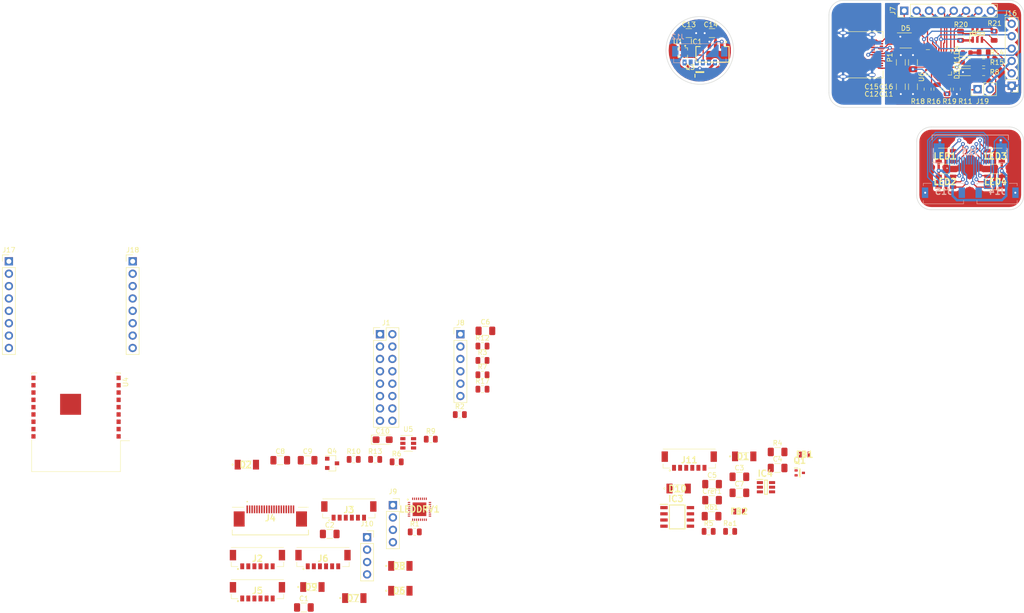
<source format=kicad_pcb>
(kicad_pcb (version 20171130) (host pcbnew 5.1.6)
  (layers (0 F.Cu signal) (31 B.Cu signal) (34 B.Paste user) (35 F.Paste user) (36 B.SilkS user) (37 F.SilkS user) (38 B.Mask user) (39 F.Mask user) (44 Edge.Cuts user))
  (net 0 "")
  (net 1 GND)
  (net 2 "Net-(C1-Pad1)")
  (net 3 +3V3)
  (net 4 "Net-(C4-Pad1)")
  (net 5 "Net-(C5-Pad1)")
  (net 6 /esp8266/ESP_RST)
  (net 7 /esp8266/ESP_EN)
  (net 8 "Net-(Cref1-Pad1)")
  (net 9 "Net-(D3-Pad2)")
  (net 10 "Net-(D4-Pad2)")
  (net 11 /ALL_EN)
  (net 12 "Net-(D6-Pad1)")
  (net 13 "Net-(D7-Pad1)")
  (net 14 "Net-(D8-Pad1)")
  (net 15 "Net-(D9-Pad1)")
  (net 16 "Net-(D10-Pad1)")
  (net 17 "Net-(FB2-Pad1)")
  (net 18 "Net-(IC3-Pad7)")
  (net 19 "Net-(IC4-Pad3)")
  (net 20 /SDA)
  (net 21 /SCL)
  (net 22 /HOST_WAKE)
  (net 23 "Net-(J2-PadMP1)")
  (net 24 "Net-(J2-PadMP2)")
  (net 25 "Net-(J3-PadMP1)")
  (net 26 "Net-(J3-PadMP2)")
  (net 27 /LED_1_R)
  (net 28 /LED_1_G)
  (net 29 /LED_1_B)
  (net 30 /LED_2_R)
  (net 31 /LED_2_G)
  (net 32 /LED_2_B)
  (net 33 /LED_3_R)
  (net 34 /LED_3_G)
  (net 35 /LED_3_B)
  (net 36 /LED_4_R)
  (net 37 /LED_4_G)
  (net 38 /LED_4_B)
  (net 39 /LED_5_R)
  (net 40 /LED_5_G)
  (net 41 /LED_5_B)
  (net 42 /LED_6_R)
  (net 43 /LED_6_G)
  (net 44 /LED_6_B)
  (net 45 "Net-(J5-PadMP2)")
  (net 46 "Net-(J5-PadMP1)")
  (net 47 "Net-(J6-PadMP2)")
  (net 48 "Net-(J6-PadMP1)")
  (net 49 /esp8266/GPIO15)
  (net 50 /esp8266/GPIO13)
  (net 51 /esp8266/GPIO12)
  (net 52 /esp8266/GPIO5)
  (net 53 /esp8266/GPIO0)
  (net 54 /esp8266/USB_TXD)
  (net 55 /esp8266/USB_RXD)
  (net 56 "Net-(J11-PadMP1)")
  (net 57 "Net-(J11-PadMP2)")
  (net 58 "Net-(J12-PadMP2)")
  (net 59 "Net-(J12-PadMP1)")
  (net 60 /leds/LED_6_B)
  (net 61 /leds/LED_6_G)
  (net 62 /leds/LED_6_R)
  (net 63 /leds/LED_5_B)
  (net 64 /leds/LED_5_G)
  (net 65 /leds/LED_5_R)
  (net 66 /leds/LED_4_B)
  (net 67 /leds/LED_4_G)
  (net 68 /leds/LED_4_R)
  (net 69 /leds/LED_3_B)
  (net 70 /leds/LED_3_G)
  (net 71 /leds/LED_3_R)
  (net 72 /leds/LED_2_B)
  (net 73 /leds/LED_2_G)
  (net 74 /leds/LED_2_R)
  (net 75 /leds/LED_1_B)
  (net 76 /leds/LED_1_G)
  (net 77 /leds/LED_1_R)
  (net 78 "Net-(LEDDRV1-Pad19)")
  (net 79 "Net-(LEDDRV1-Pad20)")
  (net 80 "Net-(LEDDRV1-Pad21)")
  (net 81 "Net-(LEDDRV1-Pad22)")
  (net 82 "Net-(LEDDRV1-Pad23)")
  (net 83 "Net-(LEDDRV1-Pad24)")
  (net 84 "Net-(LEDDRV1-Pad31)")
  (net 85 "Net-(P1-PadS1)")
  (net 86 "Net-(P1-PadA5)")
  (net 87 "Net-(P1-PadB5)")
  (net 88 "Net-(U1-PadC2)")
  (net 89 "Net-(U4-Pad16)")
  (net 90 VDD)
  (net 91 /moisture_sensor/VA)
  (net 92 /moisture_sensor/GNDA)
  (net 93 "Net-(C11-Pad1)")
  (net 94 /env_sensor/GNDA)
  (net 95 "Net-(C15-Pad1)")
  (net 96 /moisture_sensor/Sensor_Inside)
  (net 97 "Net-(D2-Pad1)")
  (net 98 /usb_serial/USB_TXT)
  (net 99 /usb_serial/D+)
  (net 100 /usb_serial/D-)
  (net 101 /moisture_sensor/ALL_EN)
  (net 102 /usb_serial/USB_RXT)
  (net 103 "Net-(D11-Pad2)")
  (net 104 /env_sensor/SCL)
  (net 105 /env_sensor/SDA)
  (net 106 /moisture_sensor/HOST_WAKE)
  (net 107 /moisture_sensor/SCL)
  (net 108 /moisture_sensor/SDA)
  (net 109 "Net-(J1-Pad10)")
  (net 110 "Net-(J1-Pad5)")
  (net 111 "Net-(J1-Pad6)")
  (net 112 "Net-(J1-Pad11)")
  (net 113 "Net-(J1-Pad12)")
  (net 114 "Net-(J1-Pad13)")
  (net 115 /usb_serial/USB_CTS)
  (net 116 /usb_serial/USB_RTS)
  (net 117 /usb_serial/USB_DSR)
  (net 118 /usb_serial/USB_DTR)
  (net 119 /usb_serial/USB_GPIO.6)
  (net 120 /usb_serial/USB_GPIO.5)
  (net 121 /usb_serial/USB_GPIO.4)
  (net 122 /usb_serial/USB_WAKEUP)
  (net 123 /env_sensor/HOST_WAKE)
  (net 124 /env_sensor/ALL_EN)
  (net 125 /usb_serial/ESP_RST)
  (net 126 /usb_serial/USB_RXD)
  (net 127 /usb_serial/USB_TXD)
  (net 128 /usb_serial/GPIO0)
  (net 129 "Net-(J17-Pad8)")
  (net 130 "Net-(Q5-Pad5)")
  (net 131 "Net-(Q5-Pad2)")
  (net 132 "Net-(R11-Pad1)")
  (net 133 "Net-(R16-Pad1)")
  (net 134 "Net-(R19-Pad2)")
  (net 135 "Net-(U6-Pad1)")
  (net 136 "Net-(U6-Pad2)")
  (net 137 "Net-(U6-Pad10)")
  (net 138 "Net-(U6-Pad12)")
  (net 139 "Net-(U6-Pad13)")
  (net 140 "Net-(U6-Pad14)")
  (net 141 "Net-(U6-Pad15)")
  (net 142 /usb_serial/USB_RS485)
  (net 143 "Net-(J13-PadMP1)")
  (module Connector_USB:USB_C_Receptacle_Amphenol_12401610E4-2A (layer F.Cu) (at 219.75 26.1875 270)
    (fp_text reference P1 (at 0.5625 -6.75 90) (layer F.SilkS))
    (fp_text value USB_C_Plug_USB2.0)
    (pad B12 smd rect (at -3 -3.32 270) (size 0.3 0.7) (layers F.Cu F.Paste F.Mask) (net 1 GND))
    (pad B11 smd rect (at -2.5 -3.32 270) (size 0.3 0.7) (layers F.Cu F.Paste F.Mask))
    (pad B10 smd rect (at -2 -3.32 270) (size 0.3 0.7) (layers F.Cu F.Paste F.Mask))
    (pad B9 smd rect (at -1.5 -3.32 270) (size 0.3 0.7) (layers F.Cu F.Paste F.Mask) (net 93 "Net-(C11-Pad1)"))
    (pad B8 smd rect (at -1 -3.32 270) (size 0.3 0.7) (layers F.Cu F.Paste F.Mask))
    (pad B7 smd rect (at -0.5 -3.32 270) (size 0.3 0.7) (layers F.Cu F.Paste F.Mask))
    (pad B6 smd rect (at 0 -3.32 270) (size 0.3 0.7) (layers F.Cu F.Paste F.Mask))
    (pad B5 smd rect (at 0.5 -3.32 270) (size 0.3 0.7) (layers F.Cu F.Paste F.Mask) (net 87 "Net-(P1-PadB5)"))
    (pad B4 smd rect (at 1 -3.32 270) (size 0.3 0.7) (layers F.Cu F.Paste F.Mask) (net 93 "Net-(C11-Pad1)"))
    (pad B3 smd rect (at 1.5 -3.32 270) (size 0.3 0.7) (layers F.Cu F.Paste F.Mask))
    (pad B2 smd rect (at 2 -3.32 270) (size 0.3 0.7) (layers F.Cu F.Paste F.Mask))
    (pad "" np_thru_hole circle (at -3.6 -4.36 270) (size 0.65 0.65) (drill 0.65) (layers *.Cu *.Mask))
    (pad "" np_thru_hole oval (at 3.6 -4.36 270) (size 0.95 0.65) (drill oval 0.95 0.65) (layers *.Cu *.Mask))
    (pad S1 thru_hole oval (at -4.49 2.84 270) (size 0.8 1.4) (drill oval 0.5 1.1) (layers *.Cu *.Mask) (net 85 "Net-(P1-PadS1)"))
    (pad S1 thru_hole oval (at 4.49 2.84 270) (size 0.8 1.4) (drill oval 0.5 1.1) (layers *.Cu *.Mask) (net 85 "Net-(P1-PadS1)"))
    (pad S1 thru_hole oval (at 4.13 -3.11 270) (size 0.8 1.4) (drill oval 0.5 1.1) (layers *.Cu *.Mask) (net 85 "Net-(P1-PadS1)"))
    (pad B1 smd rect (at 2.5 -3.32 270) (size 0.3 0.7) (layers F.Cu F.Paste F.Mask) (net 1 GND))
    (pad A11 smd rect (at 2.25 -5.02 270) (size 0.3 0.7) (layers F.Cu F.Paste F.Mask))
    (pad A8 smd rect (at 0.75 -5.02 270) (size 0.3 0.7) (layers F.Cu F.Paste F.Mask))
    (pad A9 smd rect (at 1.25 -5.02 270) (size 0.3 0.7) (layers F.Cu F.Paste F.Mask) (net 93 "Net-(C11-Pad1)"))
    (pad A10 smd rect (at 1.75 -5.02 270) (size 0.3 0.7) (layers F.Cu F.Paste F.Mask))
    (pad A12 smd rect (at 2.75 -5.02 270) (size 0.3 0.7) (layers F.Cu F.Paste F.Mask) (net 1 GND))
    (pad A7 smd rect (at 0.25 -5.02 270) (size 0.3 0.7) (layers F.Cu F.Paste F.Mask) (net 100 /usb_serial/D-))
    (pad A6 smd rect (at -0.25 -5.02 270) (size 0.3 0.7) (layers F.Cu F.Paste F.Mask) (net 99 /usb_serial/D+))
    (pad A5 smd rect (at -0.75 -5.02 270) (size 0.3 0.7) (layers F.Cu F.Paste F.Mask) (net 86 "Net-(P1-PadA5)"))
    (pad A4 smd rect (at -1.25 -5.02 270) (size 0.3 0.7) (layers F.Cu F.Paste F.Mask) (net 93 "Net-(C11-Pad1)"))
    (pad A3 smd rect (at -1.75 -5.02 270) (size 0.3 0.7) (layers F.Cu F.Paste F.Mask))
    (pad A2 smd rect (at -2.25 -5.02 270) (size 0.3 0.7) (layers F.Cu F.Paste F.Mask))
    (pad A1 smd rect (at -2.75 -5.02 270) (size 0.3 0.7) (layers F.Cu F.Paste F.Mask) (net 1 GND))
    (pad S1 thru_hole oval (at -4.13 -3.11 270) (size 0.8 1.4) (drill oval 0.5 1.1) (layers *.Cu *.Mask) (net 85 "Net-(P1-PadS1)"))
  )
  (module Connector_PinHeader_2.54mm:PinHeader_1x08_P2.54mm_Vertical (layer F.Cu) (at 229.45 17.15 90)
    (fp_text reference J7 (at 0 -2.33 90) (layer F.SilkS))
    (fp_text value Conn_01x08)
    (pad 8 thru_hole oval (at 0 17.78 90) (size 1.7 1.7) (drill 1) (layers *.Cu *.Mask) (net 122 /usb_serial/USB_WAKEUP))
    (pad 7 thru_hole oval (at 0 15.24 90) (size 1.7 1.7) (drill 1) (layers *.Cu *.Mask) (net 119 /usb_serial/USB_GPIO.6))
    (pad 6 thru_hole oval (at 0 12.7 90) (size 1.7 1.7) (drill 1) (layers *.Cu *.Mask) (net 120 /usb_serial/USB_GPIO.5))
    (pad 5 thru_hole oval (at 0 10.16 90) (size 1.7 1.7) (drill 1) (layers *.Cu *.Mask) (net 121 /usb_serial/USB_GPIO.4))
    (pad 4 thru_hole oval (at 0 7.62 90) (size 1.7 1.7) (drill 1) (layers *.Cu *.Mask) (net 115 /usb_serial/USB_CTS))
    (pad 3 thru_hole oval (at 0 5.08 90) (size 1.7 1.7) (drill 1) (layers *.Cu *.Mask) (net 116 /usb_serial/USB_RTS))
    (pad 2 thru_hole oval (at 0 2.54 90) (size 1.7 1.7) (drill 1) (layers *.Cu *.Mask) (net 117 /usb_serial/USB_DSR))
    (pad 1 thru_hole rect (at 0 0 90) (size 1.7 1.7) (drill 1) (layers *.Cu *.Mask) (net 118 /usb_serial/USB_DTR))
  )
  (module Capacitor_SMD:C_1206_3216Metric (layer F.Cu) (at 106.255001 139.605001)
    (fp_text reference C1 (at 0 -1.82) (layer F.SilkS))
    (fp_text value 1μF)
    (pad 2 smd roundrect (at 1.4 0) (size 1.25 1.75) (layers F.Cu F.Paste F.Mask) (roundrect_rratio 0.2) (net 1 GND))
    (pad 1 smd roundrect (at -1.4 0) (size 1.25 1.75) (layers F.Cu F.Paste F.Mask) (roundrect_rratio 0.2) (net 2 "Net-(C1-Pad1)"))
  )
  (module Capacitor_SMD:C_1206_3216Metric (layer F.Cu) (at 111.555001 124.525001)
    (fp_text reference C2 (at 0 -1.82) (layer F.SilkS))
    (fp_text value 1μF)
    (pad 2 smd roundrect (at 1.4 0) (size 1.25 1.75) (layers F.Cu F.Paste F.Mask) (roundrect_rratio 0.2) (net 90 VDD))
    (pad 1 smd roundrect (at -1.4 0) (size 1.25 1.75) (layers F.Cu F.Paste F.Mask) (roundrect_rratio 0.2) (net 1 GND))
  )
  (module Capacitor_SMD:C_1206_3216Metric (layer F.Cu) (at 195.625001 112.795001)
    (fp_text reference C3 (at 0 -1.82) (layer F.SilkS))
    (fp_text value 0.1μF)
    (pad 2 smd roundrect (at 1.4 0) (size 1.25 1.75) (layers F.Cu F.Paste F.Mask) (roundrect_rratio 0.2) (net 91 /moisture_sensor/VA))
    (pad 1 smd roundrect (at -1.4 0) (size 1.25 1.75) (layers F.Cu F.Paste F.Mask) (roundrect_rratio 0.2) (net 92 /moisture_sensor/GNDA))
  )
  (module Capacitor_SMD:C_1206_3216Metric (layer F.Cu) (at 203.465001 110.985001)
    (fp_text reference C4 (at 0 -1.82) (layer F.SilkS))
    (fp_text value 1μF)
    (pad 1 smd roundrect (at -1.4 0) (size 1.25 1.75) (layers F.Cu F.Paste F.Mask) (roundrect_rratio 0.2) (net 4 "Net-(C4-Pad1)"))
    (pad 2 smd roundrect (at 1.4 0) (size 1.25 1.75) (layers F.Cu F.Paste F.Mask) (roundrect_rratio 0.2) (net 92 /moisture_sensor/GNDA))
  )
  (module Capacitor_SMD:C_1206_3216Metric (layer F.Cu) (at 190.015001 114.295001)
    (fp_text reference C5 (at 0 -1.82) (layer F.SilkS))
    (fp_text value 10nF)
    (pad 1 smd roundrect (at -1.4 0) (size 1.25 1.75) (layers F.Cu F.Paste F.Mask) (roundrect_rratio 0.2) (net 5 "Net-(C5-Pad1)"))
    (pad 2 smd roundrect (at 1.4 0) (size 1.25 1.75) (layers F.Cu F.Paste F.Mask) (roundrect_rratio 0.2) (net 92 /moisture_sensor/GNDA))
  )
  (module Capacitor_SMD:C_1206_3216Metric (layer F.Cu) (at 143.505001 82.845001)
    (fp_text reference C6 (at 0 -1.82) (layer F.SilkS))
    (fp_text value 0.1μF)
    (pad 1 smd roundrect (at -1.4 0) (size 1.25 1.75) (layers F.Cu F.Paste F.Mask) (roundrect_rratio 0.2) (net 1 GND))
    (pad 2 smd roundrect (at 1.4 0) (size 1.25 1.75) (layers F.Cu F.Paste F.Mask) (roundrect_rratio 0.2) (net 6 /esp8266/ESP_RST))
  )
  (module Capacitor_SMD:C_1206_3216Metric (layer F.Cu) (at 195.625001 116.085001)
    (fp_text reference C7 (at 0 -1.82) (layer F.SilkS))
    (fp_text value 4.7uF)
    (pad 2 smd roundrect (at 1.4 0) (size 1.25 1.75) (layers F.Cu F.Paste F.Mask) (roundrect_rratio 0.2) (net 92 /moisture_sensor/GNDA))
    (pad 1 smd roundrect (at -1.4 0) (size 1.25 1.75) (layers F.Cu F.Paste F.Mask) (roundrect_rratio 0.2) (net 91 /moisture_sensor/VA))
  )
  (module Capacitor_SMD:C_1206_3216Metric (layer F.Cu) (at 101.405001 109.395001)
    (fp_text reference C8 (at 0 -1.82) (layer F.SilkS))
    (fp_text value 0.1uF)
    (pad 1 smd roundrect (at -1.4 0) (size 1.25 1.75) (layers F.Cu F.Paste F.Mask) (roundrect_rratio 0.2) (net 1 GND))
    (pad 2 smd roundrect (at 1.4 0) (size 1.25 1.75) (layers F.Cu F.Paste F.Mask) (roundrect_rratio 0.2) (net 90 VDD))
  )
  (module Capacitor_SMD:C_1206_3216Metric (layer F.Cu) (at 107.015001 109.395001)
    (fp_text reference C9 (at 0 -1.82) (layer F.SilkS))
    (fp_text value 0.1μF)
    (pad 2 smd roundrect (at 1.4 0) (size 1.25 1.75) (layers F.Cu F.Paste F.Mask) (roundrect_rratio 0.2) (net 7 /esp8266/ESP_EN))
    (pad 1 smd roundrect (at -1.4 0) (size 1.25 1.75) (layers F.Cu F.Paste F.Mask) (roundrect_rratio 0.2) (net 1 GND))
  )
  (module Capacitor_Tantalum_SMD:CP_EIA-3216-18_Kemet-A (layer F.Cu) (at 122.420001 105.175001)
    (fp_text reference C10 (at 0 -1.75) (layer F.SilkS))
    (fp_text value 220uF)
    (pad 1 smd roundrect (at -1.35 0) (size 1.4 1.35) (layers F.Cu F.Paste F.Mask) (roundrect_rratio 0.185185) (net 3 +3V3))
    (pad 2 smd roundrect (at 1.35 0) (size 1.4 1.35) (layers F.Cu F.Paste F.Mask) (roundrect_rratio 0.185185) (net 1 GND))
  )
  (module Capacitor_SMD:C_1206_3216Metric (layer F.Cu) (at 231.25 32.75 270)
    (fp_text reference C11 (at 1.5 5.5) (layer F.SilkS))
    (fp_text value 0.1μF)
    (pad 2 smd roundrect (at 1.4 0 270) (size 1.25 1.75) (layers F.Cu F.Paste F.Mask) (roundrect_rratio 0.2) (net 1 GND))
    (pad 1 smd roundrect (at -1.4 0 270) (size 1.25 1.75) (layers F.Cu F.Paste F.Mask) (roundrect_rratio 0.2) (net 93 "Net-(C11-Pad1)"))
  )
  (module Capacitor_SMD:C_1206_3216Metric (layer F.Cu) (at 228.75 32.75 90)
    (fp_text reference C12 (at -1.5 -6) (layer F.SilkS))
    (fp_text value 4.7uF)
    (pad 2 smd roundrect (at 1.4 0 90) (size 1.25 1.75) (layers F.Cu F.Paste F.Mask) (roundrect_rratio 0.2) (net 93 "Net-(C11-Pad1)"))
    (pad 1 smd roundrect (at -1.4 0 90) (size 1.25 1.75) (layers F.Cu F.Paste F.Mask) (roundrect_rratio 0.2) (net 1 GND))
  )
  (module Capacitor_SMD:C_1206_3216Metric (layer F.Cu) (at 185.25 21.75)
    (fp_text reference C13 (at 0 -1.75) (layer F.SilkS))
    (fp_text value 4.7uF)
    (pad 1 smd roundrect (at -1.4 0) (size 1.25 1.75) (layers F.Cu F.Paste F.Mask) (roundrect_rratio 0.2) (net 90 VDD))
    (pad 2 smd roundrect (at 1.4 0) (size 1.25 1.75) (layers F.Cu F.Paste F.Mask) (roundrect_rratio 0.2) (net 94 /env_sensor/GNDA))
  )
  (module Capacitor_SMD:C_1206_3216Metric (layer F.Cu) (at 190 21.75 180)
    (fp_text reference C14 (at 0.25 1.75) (layer F.SilkS))
    (fp_text value 0.1μF)
    (pad 1 smd roundrect (at -1.4 0 180) (size 1.25 1.75) (layers F.Cu F.Paste F.Mask) (roundrect_rratio 0.2) (net 90 VDD))
    (pad 2 smd roundrect (at 1.4 0 180) (size 1.25 1.75) (layers F.Cu F.Paste F.Mask) (roundrect_rratio 0.2) (net 94 /env_sensor/GNDA))
  )
  (module Capacitor_SMD:C_1206_3216Metric (layer F.Cu) (at 228.75 27.75 90)
    (fp_text reference C15 (at -5 -6 180) (layer F.SilkS))
    (fp_text value 0.1μF)
    (pad 2 smd roundrect (at 1.4 0 90) (size 1.25 1.75) (layers F.Cu F.Paste F.Mask) (roundrect_rratio 0.2) (net 1 GND))
    (pad 1 smd roundrect (at -1.4 0 90) (size 1.25 1.75) (layers F.Cu F.Paste F.Mask) (roundrect_rratio 0.2) (net 95 "Net-(C15-Pad1)"))
  )
  (module Capacitor_SMD:C_1206_3216Metric (layer F.Cu) (at 231.25 27.754999 270)
    (fp_text reference C16 (at 4.995001 5.5 180) (layer F.SilkS))
    (fp_text value 4.7uF)
    (pad 2 smd roundrect (at 1.4 0 270) (size 1.25 1.75) (layers F.Cu F.Paste F.Mask) (roundrect_rratio 0.2) (net 95 "Net-(C15-Pad1)"))
    (pad 1 smd roundrect (at -1.4 0 270) (size 1.25 1.75) (layers F.Cu F.Paste F.Mask) (roundrect_rratio 0.2) (net 1 GND))
  )
  (module Capacitor_SMD:C_1206_3216Metric (layer F.Cu) (at 190.015001 117.585001)
    (fp_text reference Cref1 (at 0 -1.82) (layer F.SilkS))
    (fp_text value 470pF)
    (pad 1 smd roundrect (at -1.4 0) (size 1.25 1.75) (layers F.Cu F.Paste F.Mask) (roundrect_rratio 0.2) (net 8 "Net-(Cref1-Pad1)"))
    (pad 2 smd roundrect (at 1.4 0) (size 1.25 1.75) (layers F.Cu F.Paste F.Mask) (roundrect_rratio 0.2) (net 92 /moisture_sensor/GNDA))
  )
  (module Parts:MELF_SOD_80_3_BZT55B13GS08 (layer F.Cu) (at 196.610001 108.600001)
    (fp_text reference D1 (at -0.25 0) (layer F.SilkS) (effects (font (size 1.27 1.27) (thickness 0.254))))
    (fp_text value LS4148 hide)
    (pad 2 smd rect (at 1.875 0) (size 1.25 2) (layers F.Cu F.Paste F.Mask) (net 96 /moisture_sensor/Sensor_Inside))
    (pad 1 smd rect (at -1.875 0) (size 1.25 2) (layers F.Cu F.Paste F.Mask) (net 4 "Net-(C4-Pad1)"))
  )
  (module Parts:MELF_SOD_80_3_BZT55B13GS08 (layer F.Cu) (at 94.550001 110.300001)
    (fp_text reference D2 (at -0.25 0) (layer F.SilkS) (effects (font (size 1.27 1.27) (thickness 0.254))))
    (fp_text value LS4148 hide)
    (pad 2 smd rect (at 1.875 0) (size 1.25 2) (layers F.Cu F.Paste F.Mask) (net 22 /HOST_WAKE))
    (pad 1 smd rect (at -1.875 0) (size 1.25 2) (layers F.Cu F.Paste F.Mask) (net 97 "Net-(D2-Pad1)"))
  )
  (module LED_SMD:LED_0603_1608Metric (layer F.Cu) (at 242.25 29.75)
    (fp_text reference D3 (at -2 0.5 90) (layer F.SilkS))
    (fp_text value 150060AS75000)
    (pad 2 smd roundrect (at 0.7875 0) (size 0.875 0.95) (layers F.Cu F.Paste F.Mask) (net 9 "Net-(D3-Pad2)"))
    (pad 1 smd roundrect (at -0.7875 0) (size 0.875 0.95) (layers F.Cu F.Paste F.Mask) (net 1 GND))
  )
  (module LED_SMD:LED_0603_1608Metric (layer F.Cu) (at 242.25 25.75)
    (fp_text reference D4 (at -2 -0.5 90) (layer F.SilkS))
    (fp_text value 150060BS75020)
    (pad 1 smd roundrect (at -0.7875 0) (size 0.875 0.95) (layers F.Cu F.Paste F.Mask) (net 98 /usb_serial/USB_TXT))
    (pad 2 smd roundrect (at 0.7875 0) (size 0.875 0.95) (layers F.Cu F.Paste F.Mask) (net 10 "Net-(D4-Pad2)"))
  )
  (module Package_TO_SOT_SMD:SOT-143 (layer F.Cu) (at 229.75 23.25)
    (fp_text reference D5 (at 0 -2.5) (layer F.SilkS))
    (fp_text value SP0503BAHT)
    (pad 1 smd rect (at -1.1 -0.77 270) (size 1.2 1.4) (layers F.Cu F.Paste F.Mask) (net 1 GND))
    (pad 2 smd rect (at -1.1 0.95 270) (size 1 1.4) (layers F.Cu F.Paste F.Mask) (net 93 "Net-(C11-Pad1)"))
    (pad 3 smd rect (at 1.1 0.95 270) (size 1 1.4) (layers F.Cu F.Paste F.Mask) (net 100 /usb_serial/D-))
    (pad 4 smd rect (at 1.1 -0.95 270) (size 1 1.4) (layers F.Cu F.Paste F.Mask) (net 99 /usb_serial/D+))
  )
  (module Parts:MELF_SOD_80_3_BZT55B13GS08 (layer F.Cu) (at 126.050001 136.180001)
    (fp_text reference D6 (at -0.25 0) (layer F.SilkS) (effects (font (size 1.27 1.27) (thickness 0.254))))
    (fp_text value LS4148 hide)
    (pad 2 smd rect (at 1.875 0) (size 1.25 2) (layers F.Cu F.Paste F.Mask) (net 11 /ALL_EN))
    (pad 1 smd rect (at -1.875 0) (size 1.25 2) (layers F.Cu F.Paste F.Mask) (net 12 "Net-(D6-Pad1)"))
  )
  (module Parts:MELF_SOD_80_3_BZT55B13GS08 (layer F.Cu) (at 116.600001 137.680001)
    (fp_text reference D7 (at -0.25 0) (layer F.SilkS) (effects (font (size 1.27 1.27) (thickness 0.254))))
    (fp_text value LS4148 hide)
    (pad 2 smd rect (at 1.875 0) (size 1.25 2) (layers F.Cu F.Paste F.Mask) (net 11 /ALL_EN))
    (pad 1 smd rect (at -1.875 0) (size 1.25 2) (layers F.Cu F.Paste F.Mask) (net 13 "Net-(D7-Pad1)"))
  )
  (module Parts:MELF_SOD_80_3_BZT55B13GS08 (layer F.Cu) (at 126.050001 131.080001)
    (fp_text reference D8 (at -0.25 0) (layer F.SilkS) (effects (font (size 1.27 1.27) (thickness 0.254))))
    (fp_text value LS4148 hide)
    (pad 1 smd rect (at -1.875 0) (size 1.25 2) (layers F.Cu F.Paste F.Mask) (net 14 "Net-(D8-Pad1)"))
    (pad 2 smd rect (at 1.875 0) (size 1.25 2) (layers F.Cu F.Paste F.Mask) (net 11 /ALL_EN))
  )
  (module Parts:MELF_SOD_80_3_BZT55B13GS08 (layer F.Cu) (at 108.000001 135.410001)
    (fp_text reference D9 (at -0.25 0) (layer F.SilkS) (effects (font (size 1.27 1.27) (thickness 0.254))))
    (fp_text value LS4148 hide)
    (pad 1 smd rect (at -1.875 0) (size 1.25 2) (layers F.Cu F.Paste F.Mask) (net 15 "Net-(D9-Pad1)"))
    (pad 2 smd rect (at 1.875 0) (size 1.25 2) (layers F.Cu F.Paste F.Mask) (net 11 /ALL_EN))
  )
  (module Parts:MELF_SOD_80_3_BZT55B13GS08 (layer F.Cu) (at 183.160001 115.200001)
    (fp_text reference D10 (at -0.25 0) (layer F.SilkS) (effects (font (size 1.27 1.27) (thickness 0.254))))
    (fp_text value LS4148 hide)
    (pad 1 smd rect (at -1.875 0) (size 1.25 2) (layers F.Cu F.Paste F.Mask) (net 16 "Net-(D10-Pad1)"))
    (pad 2 smd rect (at 1.875 0) (size 1.25 2) (layers F.Cu F.Paste F.Mask) (net 101 /moisture_sensor/ALL_EN))
  )
  (module LED_SMD:LED_0603_1608Metric (layer F.Cu) (at 242.25 27.75)
    (fp_text reference D11 (at -2 0 90) (layer F.SilkS))
    (fp_text value 150060VS75000 hide)
    (pad 1 smd roundrect (at -0.7875 0) (size 0.875 0.95) (layers F.Cu F.Paste F.Mask) (net 102 /usb_serial/USB_RXT))
    (pad 2 smd roundrect (at 0.7875 0) (size 0.875 0.95) (layers F.Cu F.Paste F.Mask) (net 103 "Net-(D11-Pad2)"))
  )
  (module Parts:Ferrite_Bead_0805_BLM21 (layer F.Cu) (at 209.020001 108.225001)
    (fp_text reference FB1 (at 0 0) (layer F.SilkS) (effects (font (size 1.27 1.27) (thickness 0.254))))
    (fp_text value BLM21AG601SZ1D hide)
    (pad 2 smd rect (at 0.9 0) (size 0.6 1.25) (layers F.Cu F.Paste F.Mask) (net 91 /moisture_sensor/VA))
    (pad 1 smd rect (at -0.9 0) (size 0.6 1.25) (layers F.Cu F.Paste F.Mask) (net 90 VDD))
  )
  (module Parts:Ferrite_Bead_0805_BLM21 (layer F.Cu) (at 195.570001 119.905001)
    (fp_text reference FB2 (at 0 0) (layer F.SilkS) (effects (font (size 1.27 1.27) (thickness 0.254))))
    (fp_text value BLM21AG601SZ1D hide)
    (pad 1 smd rect (at -0.9 0) (size 0.6 1.25) (layers F.Cu F.Paste F.Mask) (net 17 "Net-(FB2-Pad1)"))
    (pad 2 smd rect (at 0.9 0) (size 0.6 1.25) (layers F.Cu F.Paste F.Mask) (net 1 GND))
  )
  (module SamacSys:VEML7700 (layer F.Cu) (at 193.5 24.5 180)
    (fp_text reference IC1 (at 6.75 1) (layer F.SilkS))
    (fp_text value VEML7700-TT hide)
    (pad 1 smd rect (at 1.495 0.4 180) (size 0.7 1.6) (layers F.Cu F.Paste F.Mask) (net 104 /env_sensor/SCL))
    (pad 2 smd rect (at 2.765 0.4 180) (size 0.7 1.6) (layers F.Cu F.Paste F.Mask) (net 90 VDD))
    (pad 3 smd rect (at 4.035 0.4 180) (size 0.7 1.6) (layers F.Cu F.Paste F.Mask) (net 94 /env_sensor/GNDA))
    (pad 4 smd rect (at 5.305 0.4 180) (size 0.7 1.6) (layers F.Cu F.Paste F.Mask) (net 105 /env_sensor/SDA))
  )
  (module SamacSys:SOIC127P600X175-8N (layer F.Cu) (at 182.860001 121.025001)
    (fp_text reference IC3 (at -0.2794 -3.7211) (layer F.SilkS) (effects (font (size 1.27 1.27) (thickness 0.254))))
    (fp_text value TLC555CDR hide)
    (pad 1 smd rect (at -2.712 -1.905 90) (size 0.65 1.525) (layers F.Cu F.Paste F.Mask) (net 92 /moisture_sensor/GNDA))
    (pad 2 smd rect (at -2.712 -0.635 90) (size 0.65 1.525) (layers F.Cu F.Paste F.Mask) (net 8 "Net-(Cref1-Pad1)"))
    (pad 3 smd rect (at -2.712 0.635 90) (size 0.65 1.525) (layers F.Cu F.Paste F.Mask) (net 96 /moisture_sensor/Sensor_Inside))
    (pad 4 smd rect (at -2.712 1.905 90) (size 0.65 1.525) (layers F.Cu F.Paste F.Mask) (net 91 /moisture_sensor/VA))
    (pad 5 smd rect (at 2.712 1.905 90) (size 0.65 1.525) (layers F.Cu F.Paste F.Mask) (net 5 "Net-(C5-Pad1)"))
    (pad 6 smd rect (at 2.712 0.635 90) (size 0.65 1.525) (layers F.Cu F.Paste F.Mask) (net 8 "Net-(Cref1-Pad1)"))
    (pad 7 smd rect (at 2.712 -0.635 90) (size 0.65 1.525) (layers F.Cu F.Paste F.Mask) (net 18 "Net-(IC3-Pad7)"))
    (pad 8 smd rect (at 2.712 -1.905 90) (size 0.65 1.525) (layers F.Cu F.Paste F.Mask) (net 91 /moisture_sensor/VA))
  )
  (module SamacSys:SOT95P280X110-6N (layer F.Cu) (at 201.080001 114.930001)
    (fp_text reference IC4 (at -0.1397 -2.8194) (layer F.SilkS) (effects (font (size 1.27 1.27) (thickness 0.254))))
    (fp_text value ADC081C021CIMK_NOPB hide)
    (pad 1 smd rect (at -1.25 -0.95 90) (size 0.6 1.25) (layers F.Cu F.Paste F.Mask) (net 91 /moisture_sensor/VA))
    (pad 2 smd rect (at -1.25 0 90) (size 0.6 1.25) (layers F.Cu F.Paste F.Mask) (net 92 /moisture_sensor/GNDA))
    (pad 3 smd rect (at -1.25 0.95 90) (size 0.6 1.25) (layers F.Cu F.Paste F.Mask) (net 19 "Net-(IC4-Pad3)"))
    (pad 4 smd rect (at 1.25 0.95 90) (size 0.6 1.25) (layers F.Cu F.Paste F.Mask) (net 106 /moisture_sensor/HOST_WAKE))
    (pad 5 smd rect (at 1.25 0 90) (size 0.6 1.25) (layers F.Cu F.Paste F.Mask) (net 107 /moisture_sensor/SCL))
    (pad 6 smd rect (at 1.25 -0.95 90) (size 0.6 1.25) (layers F.Cu F.Paste F.Mask) (net 108 /moisture_sensor/SDA))
  )
  (module Connector_PinHeader_2.54mm:PinHeader_2x08_P2.54mm_Vertical (layer F.Cu) (at 121.875001 83.525001)
    (fp_text reference J1 (at 1.27 -2.33) (layer F.SilkS))
    (fp_text value Conn_02x08_Odd_Even)
    (pad 1 thru_hole rect (at 0 0) (size 1.7 1.7) (drill 1) (layers *.Cu *.Mask) (net 90 VDD))
    (pad 2 thru_hole oval (at 2.54 0) (size 1.7 1.7) (drill 1) (layers *.Cu *.Mask) (net 3 +3V3))
    (pad 3 thru_hole oval (at 0 2.54) (size 1.7 1.7) (drill 1) (layers *.Cu *.Mask) (net 90 VDD))
    (pad 4 thru_hole oval (at 2.54 2.54) (size 1.7 1.7) (drill 1) (layers *.Cu *.Mask) (net 109 "Net-(J1-Pad10)"))
    (pad 5 thru_hole oval (at 0 5.08) (size 1.7 1.7) (drill 1) (layers *.Cu *.Mask) (net 110 "Net-(J1-Pad5)"))
    (pad 6 thru_hole oval (at 2.54 5.08) (size 1.7 1.7) (drill 1) (layers *.Cu *.Mask) (net 111 "Net-(J1-Pad6)"))
    (pad 7 thru_hole oval (at 0 7.62) (size 1.7 1.7) (drill 1) (layers *.Cu *.Mask) (net 112 "Net-(J1-Pad11)"))
    (pad 8 thru_hole oval (at 2.54 7.62) (size 1.7 1.7) (drill 1) (layers *.Cu *.Mask) (net 3 +3V3))
    (pad 9 thru_hole oval (at 0 10.16) (size 1.7 1.7) (drill 1) (layers *.Cu *.Mask) (net 112 "Net-(J1-Pad11)"))
    (pad 10 thru_hole oval (at 2.54 10.16) (size 1.7 1.7) (drill 1) (layers *.Cu *.Mask) (net 109 "Net-(J1-Pad10)"))
    (pad 11 thru_hole oval (at 0 12.7) (size 1.7 1.7) (drill 1) (layers *.Cu *.Mask) (net 112 "Net-(J1-Pad11)"))
    (pad 12 thru_hole oval (at 2.54 12.7) (size 1.7 1.7) (drill 1) (layers *.Cu *.Mask) (net 113 "Net-(J1-Pad12)"))
    (pad 13 thru_hole oval (at 0 15.24) (size 1.7 1.7) (drill 1) (layers *.Cu *.Mask) (net 114 "Net-(J1-Pad13)"))
    (pad 14 thru_hole oval (at 2.54 15.24) (size 1.7 1.7) (drill 1) (layers *.Cu *.Mask) (net 11 /ALL_EN))
    (pad 15 thru_hole oval (at 0 17.78) (size 1.7 1.7) (drill 1) (layers *.Cu *.Mask) (net 114 "Net-(J1-Pad13)"))
    (pad 16 thru_hole oval (at 2.54 17.78) (size 1.7 1.7) (drill 1) (layers *.Cu *.Mask) (net 52 /esp8266/GPIO5))
  )
  (module Parts:Molex_Conn_SMD_01x06_505567_0671 (layer F.Cu) (at 96.725001 129.560001)
    (fp_text reference J2 (at 0 0) (layer F.SilkS) (effects (font (size 1.27 1.27) (thickness 0.254))))
    (fp_text value MB_I2C hide)
    (pad 1 smd rect (at -3.125 1.6) (size 0.8 1.2) (layers F.Cu F.Paste F.Mask) (net 1 GND))
    (pad 2 smd rect (at -1.875 1.6) (size 0.8 1.2) (layers F.Cu F.Paste F.Mask) (net 90 VDD))
    (pad 3 smd rect (at -0.625 1.6) (size 0.8 1.2) (layers F.Cu F.Paste F.Mask) (net 20 /SDA))
    (pad 4 smd rect (at 0.625 1.6) (size 0.8 1.2) (layers F.Cu F.Paste F.Mask) (net 21 /SCL))
    (pad 5 smd rect (at 1.875 1.6) (size 0.8 1.2) (layers F.Cu F.Paste F.Mask) (net 22 /HOST_WAKE))
    (pad 6 smd rect (at 3.125 1.6) (size 0.8 1.2) (layers F.Cu F.Paste F.Mask) (net 12 "Net-(D6-Pad1)"))
    (pad MP1 smd rect (at -5.025 -0.695) (size 1.3 2.15) (layers F.Cu F.Paste F.Mask) (net 23 "Net-(J2-PadMP1)"))
    (pad MP2 smd rect (at 5.025 -0.695) (size 1.3 2.15) (layers F.Cu F.Paste F.Mask) (net 24 "Net-(J2-PadMP2)"))
  )
  (module Parts:Molex_Conn_SMD_01x06_505567_0671 (layer F.Cu) (at 115.475001 119.580001)
    (fp_text reference J3 (at 0 0) (layer F.SilkS) (effects (font (size 1.27 1.27) (thickness 0.254))))
    (fp_text value MB_I2C hide)
    (pad MP2 smd rect (at 5.025 -0.695) (size 1.3 2.15) (layers F.Cu F.Paste F.Mask) (net 26 "Net-(J3-PadMP2)"))
    (pad MP1 smd rect (at -5.025 -0.695) (size 1.3 2.15) (layers F.Cu F.Paste F.Mask) (net 25 "Net-(J3-PadMP1)"))
    (pad 6 smd rect (at 3.125 1.6) (size 0.8 1.2) (layers F.Cu F.Paste F.Mask) (net 13 "Net-(D7-Pad1)"))
    (pad 5 smd rect (at 1.875 1.6) (size 0.8 1.2) (layers F.Cu F.Paste F.Mask) (net 22 /HOST_WAKE))
    (pad 4 smd rect (at 0.625 1.6) (size 0.8 1.2) (layers F.Cu F.Paste F.Mask) (net 21 /SCL))
    (pad 3 smd rect (at -0.625 1.6) (size 0.8 1.2) (layers F.Cu F.Paste F.Mask) (net 20 /SDA))
    (pad 2 smd rect (at -1.875 1.6) (size 0.8 1.2) (layers F.Cu F.Paste F.Mask) (net 90 VDD))
    (pad 1 smd rect (at -3.125 1.6) (size 0.8 1.2) (layers F.Cu F.Paste F.Mask) (net 1 GND))
  )
  (module Parts:ZF5S2001TWTTR (layer F.Cu) (at 99.375001 121.880001)
    (fp_text reference J4 (at 0 -0.607) (layer F.SilkS) (effects (font (size 1.27 1.27) (thickness 0.254))))
    (fp_text value ZF5S-20-01-T-WT-TR hide)
    (pad 1 smd rect (at -4.75 -2.41) (size 0.3 1.6) (layers F.Cu F.Paste F.Mask) (net 1 GND))
    (pad 2 smd rect (at -4.25 -2.41) (size 0.3 1.6) (layers F.Cu F.Paste F.Mask) (net 90 VDD))
    (pad 3 smd rect (at -3.75 -2.41) (size 0.3 1.6) (layers F.Cu F.Paste F.Mask) (net 27 /LED_1_R))
    (pad 4 smd rect (at -3.25 -2.41) (size 0.3 1.6) (layers F.Cu F.Paste F.Mask) (net 28 /LED_1_G))
    (pad 5 smd rect (at -2.75 -2.41) (size 0.3 1.6) (layers F.Cu F.Paste F.Mask) (net 29 /LED_1_B))
    (pad 6 smd rect (at -2.25 -2.41) (size 0.3 1.6) (layers F.Cu F.Paste F.Mask) (net 30 /LED_2_R))
    (pad 7 smd rect (at -1.75 -2.41) (size 0.3 1.6) (layers F.Cu F.Paste F.Mask) (net 31 /LED_2_G))
    (pad 8 smd rect (at -1.25 -2.41) (size 0.3 1.6) (layers F.Cu F.Paste F.Mask) (net 32 /LED_2_B))
    (pad 9 smd rect (at -0.75 -2.41) (size 0.3 1.6) (layers F.Cu F.Paste F.Mask) (net 33 /LED_3_R))
    (pad 10 smd rect (at -0.25 -2.41) (size 0.3 1.6) (layers F.Cu F.Paste F.Mask) (net 34 /LED_3_G))
    (pad 11 smd rect (at 0.25 -2.41) (size 0.3 1.6) (layers F.Cu F.Paste F.Mask) (net 35 /LED_3_B))
    (pad 12 smd rect (at 0.75 -2.41) (size 0.3 1.6) (layers F.Cu F.Paste F.Mask) (net 36 /LED_4_R))
    (pad 13 smd rect (at 1.25 -2.41) (size 0.3 1.6) (layers F.Cu F.Paste F.Mask) (net 37 /LED_4_G))
    (pad 14 smd rect (at 1.75 -2.41) (size 0.3 1.6) (layers F.Cu F.Paste F.Mask) (net 38 /LED_4_B))
    (pad 15 smd rect (at 2.25 -2.41) (size 0.3 1.6) (layers F.Cu F.Paste F.Mask) (net 39 /LED_5_R))
    (pad 16 smd rect (at 2.75 -2.41) (size 0.3 1.6) (layers F.Cu F.Paste F.Mask) (net 40 /LED_5_G))
    (pad 17 smd rect (at 3.25 -2.41) (size 0.3 1.6) (layers F.Cu F.Paste F.Mask) (net 41 /LED_5_B))
    (pad 18 smd rect (at 3.75 -2.41) (size 0.3 1.6) (layers F.Cu F.Paste F.Mask) (net 42 /LED_6_R))
    (pad 19 smd rect (at 4.25 -2.41) (size 0.3 1.6) (layers F.Cu F.Paste F.Mask) (net 43 /LED_6_G))
    (pad 20 smd rect (at 4.75 -2.41) (size 0.3 1.6) (layers F.Cu F.Paste F.Mask) (net 44 /LED_6_B))
    (pad MP1 smd rect (at -6.4 -0.43) (size 2.24 3.12) (layers F.Cu F.Paste F.Mask) (net 1 GND))
    (pad MP2 smd rect (at 6.394 -0.43) (size 2.24 3.12) (layers F.Cu F.Paste F.Mask) (net 1 GND))
  )
  (module Parts:Molex_Conn_SMD_01x06_505567_0671 (layer F.Cu) (at 96.725001 136.160001)
    (fp_text reference J5 (at 0 0) (layer F.SilkS) (effects (font (size 1.27 1.27) (thickness 0.254))))
    (fp_text value MB_I2C hide)
    (pad MP2 smd rect (at 5.025 -0.695) (size 1.3 2.15) (layers F.Cu F.Paste F.Mask) (net 45 "Net-(J5-PadMP2)"))
    (pad MP1 smd rect (at -5.025 -0.695) (size 1.3 2.15) (layers F.Cu F.Paste F.Mask) (net 46 "Net-(J5-PadMP1)"))
    (pad 6 smd rect (at 3.125 1.6) (size 0.8 1.2) (layers F.Cu F.Paste F.Mask) (net 14 "Net-(D8-Pad1)"))
    (pad 5 smd rect (at 1.875 1.6) (size 0.8 1.2) (layers F.Cu F.Paste F.Mask) (net 22 /HOST_WAKE))
    (pad 4 smd rect (at 0.625 1.6) (size 0.8 1.2) (layers F.Cu F.Paste F.Mask) (net 21 /SCL))
    (pad 3 smd rect (at -0.625 1.6) (size 0.8 1.2) (layers F.Cu F.Paste F.Mask) (net 20 /SDA))
    (pad 2 smd rect (at -1.875 1.6) (size 0.8 1.2) (layers F.Cu F.Paste F.Mask) (net 90 VDD))
    (pad 1 smd rect (at -3.125 1.6) (size 0.8 1.2) (layers F.Cu F.Paste F.Mask) (net 1 GND))
  )
  (module Parts:Molex_Conn_SMD_01x06_505567_0671 (layer F.Cu) (at 110.175001 129.560001)
    (fp_text reference J6 (at 0 0) (layer F.SilkS) (effects (font (size 1.27 1.27) (thickness 0.254))))
    (fp_text value MB_I2C hide)
    (pad MP2 smd rect (at 5.025 -0.695) (size 1.3 2.15) (layers F.Cu F.Paste F.Mask) (net 47 "Net-(J6-PadMP2)"))
    (pad MP1 smd rect (at -5.025 -0.695) (size 1.3 2.15) (layers F.Cu F.Paste F.Mask) (net 48 "Net-(J6-PadMP1)"))
    (pad 6 smd rect (at 3.125 1.6) (size 0.8 1.2) (layers F.Cu F.Paste F.Mask) (net 15 "Net-(D9-Pad1)"))
    (pad 5 smd rect (at 1.875 1.6) (size 0.8 1.2) (layers F.Cu F.Paste F.Mask) (net 22 /HOST_WAKE))
    (pad 4 smd rect (at 0.625 1.6) (size 0.8 1.2) (layers F.Cu F.Paste F.Mask) (net 21 /SCL))
    (pad 3 smd rect (at -0.625 1.6) (size 0.8 1.2) (layers F.Cu F.Paste F.Mask) (net 20 /SDA))
    (pad 2 smd rect (at -1.875 1.6) (size 0.8 1.2) (layers F.Cu F.Paste F.Mask) (net 90 VDD))
    (pad 1 smd rect (at -3.125 1.6) (size 0.8 1.2) (layers F.Cu F.Paste F.Mask) (net 1 GND))
  )
  (module Connector_PinHeader_2.54mm:PinHeader_1x06_P2.54mm_Vertical (layer F.Cu) (at 138.375001 83.525001)
    (fp_text reference J8 (at 0 -2.33) (layer F.SilkS))
    (fp_text value Conn_01x06)
    (pad 1 thru_hole rect (at 0 0) (size 1.7 1.7) (drill 1) (layers *.Cu *.Mask) (net 1 GND))
    (pad 2 thru_hole oval (at 0 2.54) (size 1.7 1.7) (drill 1) (layers *.Cu *.Mask) (net 53 /esp8266/GPIO0))
    (pad 3 thru_hole oval (at 0 5.08) (size 1.7 1.7) (drill 1) (layers *.Cu *.Mask) (net 90 VDD))
    (pad 4 thru_hole oval (at 0 7.62) (size 1.7 1.7) (drill 1) (layers *.Cu *.Mask) (net 54 /esp8266/USB_TXD))
    (pad 5 thru_hole oval (at 0 10.16) (size 1.7 1.7) (drill 1) (layers *.Cu *.Mask) (net 55 /esp8266/USB_RXD))
    (pad 6 thru_hole oval (at 0 12.7) (size 1.7 1.7) (drill 1) (layers *.Cu *.Mask) (net 6 /esp8266/ESP_RST))
  )
  (module Connector_PinSocket_2.54mm:PinSocket_1x04_P2.54mm_Vertical (layer F.Cu) (at 124.525001 118.605001)
    (fp_text reference J9 (at 0 -2.77) (layer F.SilkS))
    (fp_text value "I2C SCREEN")
    (pad 4 thru_hole oval (at 0 7.62) (size 1.7 1.7) (drill 1) (layers *.Cu *.Mask) (net 20 /SDA))
    (pad 3 thru_hole oval (at 0 5.08) (size 1.7 1.7) (drill 1) (layers *.Cu *.Mask) (net 21 /SCL))
    (pad 2 thru_hole oval (at 0 2.54) (size 1.7 1.7) (drill 1) (layers *.Cu *.Mask) (net 90 VDD))
    (pad 1 thru_hole rect (at 0 0) (size 1.7 1.7) (drill 1) (layers *.Cu *.Mask) (net 1 GND))
  )
  (module Connector_PinSocket_2.54mm:PinSocket_1x04_P2.54mm_Vertical (layer F.Cu) (at 119.225001 125.205001)
    (fp_text reference J10 (at 0 -2.77) (layer F.SilkS))
    (fp_text value "I2C HOST")
    (pad 1 thru_hole rect (at 0 0) (size 1.7 1.7) (drill 1) (layers *.Cu *.Mask) (net 1 GND))
    (pad 2 thru_hole oval (at 0 2.54) (size 1.7 1.7) (drill 1) (layers *.Cu *.Mask) (net 90 VDD))
    (pad 3 thru_hole oval (at 0 5.08) (size 1.7 1.7) (drill 1) (layers *.Cu *.Mask) (net 21 /SCL))
    (pad 4 thru_hole oval (at 0 7.62) (size 1.7 1.7) (drill 1) (layers *.Cu *.Mask) (net 20 /SDA))
  )
  (module Parts:Molex_Conn_SMD_01x06_505567_0671 (layer F.Cu) (at 185.335001 109.350001)
    (fp_text reference J11 (at 0 0) (layer F.SilkS) (effects (font (size 1.27 1.27) (thickness 0.254))))
    (fp_text value SOIL_I2C hide)
    (pad 1 smd rect (at -3.125 1.6) (size 0.8 1.2) (layers F.Cu F.Paste F.Mask) (net 1 GND))
    (pad 2 smd rect (at -1.875 1.6) (size 0.8 1.2) (layers F.Cu F.Paste F.Mask) (net 90 VDD))
    (pad 3 smd rect (at -0.625 1.6) (size 0.8 1.2) (layers F.Cu F.Paste F.Mask) (net 108 /moisture_sensor/SDA))
    (pad 4 smd rect (at 0.625 1.6) (size 0.8 1.2) (layers F.Cu F.Paste F.Mask) (net 107 /moisture_sensor/SCL))
    (pad 5 smd rect (at 1.875 1.6) (size 0.8 1.2) (layers F.Cu F.Paste F.Mask) (net 106 /moisture_sensor/HOST_WAKE))
    (pad 6 smd rect (at 3.125 1.6) (size 0.8 1.2) (layers F.Cu F.Paste F.Mask) (net 101 /moisture_sensor/ALL_EN))
    (pad MP1 smd rect (at -5.025 -0.695) (size 1.3 2.15) (layers F.Cu F.Paste F.Mask) (net 56 "Net-(J11-PadMP1)"))
    (pad MP2 smd rect (at 5.025 -0.695) (size 1.3 2.15) (layers F.Cu F.Paste F.Mask) (net 57 "Net-(J11-PadMP2)"))
  )
  (module Parts:Molex_Conn_SMD_01x06_505567_0671 (layer B.Cu) (at 187.5 26.174999 180)
    (fp_text reference J12 (at 4.5 3.674999 180) (layer B.SilkS) (effects (justify mirror)))
    (fp_text value WEATHER_I2C hide)
    (pad 1 smd rect (at -3.125 -1.6 180) (size 0.8 1.2) (layers B.Cu B.Paste B.Mask) (net 1 GND))
    (pad 2 smd rect (at -1.875 -1.6 180) (size 0.8 1.2) (layers B.Cu B.Paste B.Mask) (net 90 VDD))
    (pad 3 smd rect (at -0.625 -1.6 180) (size 0.8 1.2) (layers B.Cu B.Paste B.Mask) (net 105 /env_sensor/SDA))
    (pad 4 smd rect (at 0.625 -1.6 180) (size 0.8 1.2) (layers B.Cu B.Paste B.Mask) (net 104 /env_sensor/SCL))
    (pad 5 smd rect (at 1.875 -1.6 180) (size 0.8 1.2) (layers B.Cu B.Paste B.Mask) (net 123 /env_sensor/HOST_WAKE))
    (pad 6 smd rect (at 3.125 -1.6 180) (size 0.8 1.2) (layers B.Cu B.Paste B.Mask) (net 124 /env_sensor/ALL_EN))
    (pad MP1 smd rect (at -5.025 0.695 180) (size 1.3 2.15) (layers B.Cu B.Paste B.Mask) (net 59 "Net-(J12-PadMP1)"))
    (pad MP2 smd rect (at 5.025 0.695 180) (size 1.3 2.15) (layers B.Cu B.Paste B.Mask) (net 58 "Net-(J12-PadMP2)"))
  )
  (module Parts:ZF5S2001TWTTR (layer B.Cu) (at 243 45.5)
    (fp_text reference J13 (at 0 0.607) (layer B.SilkS) (effects (font (size 1.27 1.27) (thickness 0.254)) (justify mirror)))
    (fp_text value ZF5S-20-01-T-WT-TR hide)
    (pad 1 smd rect (at -4.75 2.41) (size 0.3 1.6) (layers B.Cu B.Paste B.Mask) (net 1 GND))
    (pad 2 smd rect (at -4.25 2.41) (size 0.3 1.6) (layers B.Cu B.Paste B.Mask) (net 90 VDD))
    (pad 3 smd rect (at -3.75 2.41) (size 0.3 1.6) (layers B.Cu B.Paste B.Mask) (net 77 /leds/LED_1_R))
    (pad 4 smd rect (at -3.25 2.41) (size 0.3 1.6) (layers B.Cu B.Paste B.Mask) (net 76 /leds/LED_1_G))
    (pad 5 smd rect (at -2.75 2.41) (size 0.3 1.6) (layers B.Cu B.Paste B.Mask) (net 75 /leds/LED_1_B))
    (pad 6 smd rect (at -2.25 2.41) (size 0.3 1.6) (layers B.Cu B.Paste B.Mask) (net 74 /leds/LED_2_R))
    (pad 7 smd rect (at -1.75 2.41) (size 0.3 1.6) (layers B.Cu B.Paste B.Mask) (net 73 /leds/LED_2_G))
    (pad 8 smd rect (at -1.25 2.41) (size 0.3 1.6) (layers B.Cu B.Paste B.Mask) (net 72 /leds/LED_2_B))
    (pad 9 smd rect (at -0.75 2.41) (size 0.3 1.6) (layers B.Cu B.Paste B.Mask) (net 71 /leds/LED_3_R))
    (pad 10 smd rect (at -0.25 2.41) (size 0.3 1.6) (layers B.Cu B.Paste B.Mask) (net 70 /leds/LED_3_G))
    (pad 11 smd rect (at 0.25 2.41) (size 0.3 1.6) (layers B.Cu B.Paste B.Mask) (net 69 /leds/LED_3_B))
    (pad 12 smd rect (at 0.75 2.41) (size 0.3 1.6) (layers B.Cu B.Paste B.Mask) (net 68 /leds/LED_4_R))
    (pad 13 smd rect (at 1.25 2.41) (size 0.3 1.6) (layers B.Cu B.Paste B.Mask) (net 67 /leds/LED_4_G))
    (pad 14 smd rect (at 1.75 2.41) (size 0.3 1.6) (layers B.Cu B.Paste B.Mask) (net 66 /leds/LED_4_B))
    (pad 15 smd rect (at 2.25 2.41) (size 0.3 1.6) (layers B.Cu B.Paste B.Mask) (net 65 /leds/LED_5_R))
    (pad 16 smd rect (at 2.75 2.41) (size 0.3 1.6) (layers B.Cu B.Paste B.Mask) (net 64 /leds/LED_5_G))
    (pad 17 smd rect (at 3.25 2.41) (size 0.3 1.6) (layers B.Cu B.Paste B.Mask) (net 63 /leds/LED_5_B))
    (pad 18 smd rect (at 3.75 2.41) (size 0.3 1.6) (layers B.Cu B.Paste B.Mask) (net 62 /leds/LED_6_R))
    (pad 19 smd rect (at 4.25 2.41) (size 0.3 1.6) (layers B.Cu B.Paste B.Mask) (net 61 /leds/LED_6_G))
    (pad 20 smd rect (at 4.75 2.41) (size 0.3 1.6) (layers B.Cu B.Paste B.Mask) (net 60 /leds/LED_6_B))
    (pad MP1 smd rect (at -6.4 0.43) (size 2.24 3.12) (layers B.Cu B.Paste B.Mask) (net 143 "Net-(J13-PadMP1)"))
    (pad MP2 smd rect (at 6.394 0.43) (size 2.24 3.12) (layers B.Cu B.Paste B.Mask) (net 143 "Net-(J13-PadMP1)"))
  )
  (module Parts:Molex_Conn_SMD_01x04_505567_0471 (layer B.Cu) (at 248.5 54.25)
    (fp_text reference J14 (at 0 0 180) (layer B.SilkS) (effects (font (size 1.27 1.27) (thickness 0.254)) (justify mirror)))
    (fp_text value 505567-0471 hide)
    (pad 1 smd rect (at -1.875 -1.575) (size 0.8 1.2) (layers B.Cu B.Paste B.Mask) (net 60 /leds/LED_6_B))
    (pad 2 smd rect (at -0.625 -1.575) (size 0.8 1.2) (layers B.Cu B.Paste B.Mask) (net 61 /leds/LED_6_G))
    (pad 3 smd rect (at 0.625 -1.575) (size 0.8 1.2) (layers B.Cu B.Paste B.Mask) (net 62 /leds/LED_6_R))
    (pad 4 smd rect (at 1.875 -1.575) (size 0.8 1.2) (layers B.Cu B.Paste B.Mask) (net 90 VDD))
    (pad 5 smd rect (at -3.775 0.24) (size 1.3 2.15) (layers B.Cu B.Paste B.Mask) (net 143 "Net-(J13-PadMP1)"))
    (pad 6 smd rect (at 3.775 0.24) (size 1.3 2.15) (layers B.Cu B.Paste B.Mask) (net 143 "Net-(J13-PadMP1)"))
  )
  (module Parts:Molex_Conn_SMD_01x04_505567_0471 (layer B.Cu) (at 237.5 54.25)
    (fp_text reference J15 (at 0 0) (layer B.SilkS) (effects (font (size 1.27 1.27) (thickness 0.254)) (justify mirror)))
    (fp_text value 505567-0471 hide)
    (pad 6 smd rect (at 3.775 0.24) (size 1.3 2.15) (layers B.Cu B.Paste B.Mask) (net 143 "Net-(J13-PadMP1)"))
    (pad 5 smd rect (at -3.775 0.24) (size 1.3 2.15) (layers B.Cu B.Paste B.Mask) (net 143 "Net-(J13-PadMP1)"))
    (pad 4 smd rect (at 1.875 -1.575) (size 0.8 1.2) (layers B.Cu B.Paste B.Mask) (net 90 VDD))
    (pad 3 smd rect (at 0.625 -1.575) (size 0.8 1.2) (layers B.Cu B.Paste B.Mask) (net 65 /leds/LED_5_R))
    (pad 2 smd rect (at -0.625 -1.575) (size 0.8 1.2) (layers B.Cu B.Paste B.Mask) (net 64 /leds/LED_5_G))
    (pad 1 smd rect (at -1.875 -1.575) (size 0.8 1.2) (layers B.Cu B.Paste B.Mask) (net 63 /leds/LED_5_B))
  )
  (module Connector_PinHeader_2.54mm:PinHeader_1x06_P2.54mm_Vertical (layer F.Cu) (at 251.5 32.5375 180)
    (fp_text reference J16 (at 0.25 14.85) (layer F.SilkS))
    (fp_text value Conn_01x06)
    (pad 1 thru_hole rect (at 0 0 180) (size 1.7 1.7) (drill 1) (layers *.Cu *.Mask) (net 1 GND))
    (pad 2 thru_hole oval (at 0 2.54 180) (size 1.7 1.7) (drill 1) (layers *.Cu *.Mask) (net 128 /usb_serial/GPIO0))
    (pad 3 thru_hole oval (at 0 5.08 180) (size 1.7 1.7) (drill 1) (layers *.Cu *.Mask) (net 90 VDD))
    (pad 4 thru_hole oval (at 0 7.62 180) (size 1.7 1.7) (drill 1) (layers *.Cu *.Mask) (net 127 /usb_serial/USB_TXD))
    (pad 5 thru_hole oval (at 0 10.16 180) (size 1.7 1.7) (drill 1) (layers *.Cu *.Mask) (net 126 /usb_serial/USB_RXD))
    (pad 6 thru_hole oval (at 0 12.7 180) (size 1.7 1.7) (drill 1) (layers *.Cu *.Mask) (net 125 /usb_serial/ESP_RST))
  )
  (module Connector_PinHeader_2.54mm:PinHeader_1x08_P2.54mm_Vertical (layer F.Cu) (at 45.72 68.58)
    (fp_text reference J17 (at 0 -2.33) (layer F.SilkS))
    (fp_text value Conn_01x08)
    (pad 1 thru_hole rect (at 0 0) (size 1.7 1.7) (drill 1) (layers *.Cu *.Mask) (net 1 GND))
    (pad 2 thru_hole oval (at 0 2.54) (size 1.7 1.7) (drill 1) (layers *.Cu *.Mask) (net 90 VDD))
    (pad 3 thru_hole oval (at 0 5.08) (size 1.7 1.7) (drill 1) (layers *.Cu *.Mask) (net 6 /esp8266/ESP_RST))
    (pad 4 thru_hole oval (at 0 7.62) (size 1.7 1.7) (drill 1) (layers *.Cu *.Mask) (net 7 /esp8266/ESP_EN))
    (pad 5 thru_hole oval (at 0 10.16) (size 1.7 1.7) (drill 1) (layers *.Cu *.Mask) (net 22 /HOST_WAKE))
    (pad 6 thru_hole oval (at 0 12.7) (size 1.7 1.7) (drill 1) (layers *.Cu *.Mask) (net 20 /SDA))
    (pad 7 thru_hole oval (at 0 15.24) (size 1.7 1.7) (drill 1) (layers *.Cu *.Mask) (net 21 /SCL))
    (pad 8 thru_hole oval (at 0 17.78) (size 1.7 1.7) (drill 1) (layers *.Cu *.Mask) (net 129 "Net-(J17-Pad8)"))
  )
  (module Connector_PinHeader_2.54mm:PinHeader_1x08_P2.54mm_Vertical (layer F.Cu) (at 71.12 68.58)
    (fp_text reference J18 (at 0 -2.33) (layer F.SilkS))
    (fp_text value Conn_01x08)
    (pad 8 thru_hole oval (at 0 17.78) (size 1.7 1.7) (drill 1) (layers *.Cu *.Mask) (net 49 /esp8266/GPIO15))
    (pad 7 thru_hole oval (at 0 15.24) (size 1.7 1.7) (drill 1) (layers *.Cu *.Mask) (net 50 /esp8266/GPIO13))
    (pad 6 thru_hole oval (at 0 12.7) (size 1.7 1.7) (drill 1) (layers *.Cu *.Mask) (net 51 /esp8266/GPIO12))
    (pad 5 thru_hole oval (at 0 10.16) (size 1.7 1.7) (drill 1) (layers *.Cu *.Mask) (net 52 /esp8266/GPIO5))
    (pad 4 thru_hole oval (at 0 7.62) (size 1.7 1.7) (drill 1) (layers *.Cu *.Mask) (net 11 /ALL_EN))
    (pad 3 thru_hole oval (at 0 5.08) (size 1.7 1.7) (drill 1) (layers *.Cu *.Mask) (net 53 /esp8266/GPIO0))
    (pad 2 thru_hole oval (at 0 2.54) (size 1.7 1.7) (drill 1) (layers *.Cu *.Mask) (net 3 +3V3))
    (pad 1 thru_hole rect (at 0 0) (size 1.7 1.7) (drill 1) (layers *.Cu *.Mask) (net 1 GND))
  )
  (module Connector_PinHeader_2.54mm:PinHeader_1x02_P2.54mm_Vertical (layer F.Cu) (at 244.5 33.25 90)
    (fp_text reference J19 (at -2.5 1 180) (layer F.SilkS))
    (fp_text value Ammeter_Jumper)
    (pad 1 thru_hole rect (at 0 0 90) (size 1.7 1.7) (drill 1) (layers *.Cu *.Mask) (net 95 "Net-(C15-Pad1)"))
    (pad 2 thru_hole oval (at 0 2.54 90) (size 1.7 1.7) (drill 1) (layers *.Cu *.Mask) (net 90 VDD))
  )
  (module SamacSys:KRTBLSLPS132VUVXEQBTBVD8TWTZL1B (layer F.Cu) (at 238 47)
    (fp_text reference LED1 (at -0.188 0) (layer F.SilkS) (effects (font (size 1.27 1.27) (thickness 0.254))))
    (fp_text value KRTBLSLPS1.32-VUVX-EQ+BTBV-D8+TWTZ-L1-B hide)
    (pad C3 smd rect (at 1.475 -1.1 90) (size 0.7 1.3) (layers F.Cu F.Paste F.Mask) (net 77 /leds/LED_1_R))
    (pad C2 smd rect (at 1.475 0 90) (size 0.7 1.3) (layers F.Cu F.Paste F.Mask) (net 76 /leds/LED_1_G))
    (pad C1 smd rect (at 1.475 1.1 90) (size 0.7 1.3) (layers F.Cu F.Paste F.Mask) (net 75 /leds/LED_1_B))
    (pad A3 smd rect (at -1.475 -1.1 90) (size 0.7 1.3) (layers F.Cu F.Paste F.Mask) (net 90 VDD))
    (pad A2 smd rect (at -1.475 0 90) (size 0.7 1.3) (layers F.Cu F.Paste F.Mask) (net 90 VDD))
    (pad A1 smd rect (at -1.475 1.1 90) (size 0.7 1.3) (layers F.Cu F.Paste F.Mask) (net 90 VDD))
  )
  (module SamacSys:KRTBLSLPS132VUVXEQBTBVD8TWTZL1B (layer F.Cu) (at 238 52.25)
    (fp_text reference LED2 (at -0.188 0) (layer F.SilkS) (effects (font (size 1.27 1.27) (thickness 0.254))))
    (fp_text value KRTBLSLPS1.32-VUVX-EQ+BTBV-D8+TWTZ-L1-B hide)
    (pad A1 smd rect (at -1.475 1.1 90) (size 0.7 1.3) (layers F.Cu F.Paste F.Mask) (net 90 VDD))
    (pad A2 smd rect (at -1.475 0 90) (size 0.7 1.3) (layers F.Cu F.Paste F.Mask) (net 90 VDD))
    (pad A3 smd rect (at -1.475 -1.1 90) (size 0.7 1.3) (layers F.Cu F.Paste F.Mask) (net 90 VDD))
    (pad C1 smd rect (at 1.475 1.1 90) (size 0.7 1.3) (layers F.Cu F.Paste F.Mask) (net 72 /leds/LED_2_B))
    (pad C2 smd rect (at 1.475 0 90) (size 0.7 1.3) (layers F.Cu F.Paste F.Mask) (net 73 /leds/LED_2_G))
    (pad C3 smd rect (at 1.475 -1.1 90) (size 0.7 1.3) (layers F.Cu F.Paste F.Mask) (net 74 /leds/LED_2_R))
  )
  (module SamacSys:KRTBLSLPS132VUVXEQBTBVD8TWTZL1B (layer F.Cu) (at 248 47 180)
    (fp_text reference LED3 (at -0.188 0) (layer F.SilkS) (effects (font (size 1.27 1.27) (thickness 0.254))))
    (fp_text value KRTBLSLPS1.32-VUVX-EQ+BTBV-D8+TWTZ-L1-B hide)
    (pad C3 smd rect (at 1.475 -1.1 270) (size 0.7 1.3) (layers F.Cu F.Paste F.Mask) (net 71 /leds/LED_3_R))
    (pad C2 smd rect (at 1.475 0 270) (size 0.7 1.3) (layers F.Cu F.Paste F.Mask) (net 70 /leds/LED_3_G))
    (pad C1 smd rect (at 1.475 1.1 270) (size 0.7 1.3) (layers F.Cu F.Paste F.Mask) (net 69 /leds/LED_3_B))
    (pad A3 smd rect (at -1.475 -1.1 270) (size 0.7 1.3) (layers F.Cu F.Paste F.Mask) (net 90 VDD))
    (pad A2 smd rect (at -1.475 0 270) (size 0.7 1.3) (layers F.Cu F.Paste F.Mask) (net 90 VDD))
    (pad A1 smd rect (at -1.475 1.1 270) (size 0.7 1.3) (layers F.Cu F.Paste F.Mask) (net 90 VDD))
  )
  (module SamacSys:KRTBLSLPS132VUVXEQBTBVD8TWTZL1B (layer F.Cu) (at 248 52.25 180)
    (fp_text reference LED4 (at -0.188 0) (layer F.SilkS) (effects (font (size 1.27 1.27) (thickness 0.254))))
    (fp_text value KRTBLSLPS1.32-VUVX-EQ+BTBV-D8+TWTZ-L1-B hide)
    (pad A1 smd rect (at -1.475 1.1 270) (size 0.7 1.3) (layers F.Cu F.Paste F.Mask) (net 90 VDD))
    (pad A2 smd rect (at -1.475 0 270) (size 0.7 1.3) (layers F.Cu F.Paste F.Mask) (net 90 VDD))
    (pad A3 smd rect (at -1.475 -1.1 270) (size 0.7 1.3) (layers F.Cu F.Paste F.Mask) (net 90 VDD))
    (pad C1 smd rect (at 1.475 1.1 270) (size 0.7 1.3) (layers F.Cu F.Paste F.Mask) (net 66 /leds/LED_4_B))
    (pad C2 smd rect (at 1.475 0 270) (size 0.7 1.3) (layers F.Cu F.Paste F.Mask) (net 67 /leds/LED_4_G))
    (pad C3 smd rect (at 1.475 -1.1 270) (size 0.7 1.3) (layers F.Cu F.Paste F.Mask) (net 68 /leds/LED_4_R))
  )
  (module SamacSys:QFN40P400X400X100-33N-D (layer F.Cu) (at 129.975001 119.455001)
    (fp_text reference LEDDRV1 (at 0 0) (layer F.SilkS) (effects (font (size 1.27 1.27) (thickness 0.254))))
    (fp_text value LP5024RSMR hide)
    (pad 1 smd rect (at -2.15 -1.4 90) (size 0.2 0.5) (layers F.Cu F.Paste F.Mask) (net 27 /LED_1_R))
    (pad 2 smd rect (at -2.15 -1 90) (size 0.2 0.5) (layers F.Cu F.Paste F.Mask) (net 28 /LED_1_G))
    (pad 3 smd rect (at -2.15 -0.6 90) (size 0.2 0.5) (layers F.Cu F.Paste F.Mask) (net 29 /LED_1_B))
    (pad 4 smd rect (at -2.15 -0.2 90) (size 0.2 0.5) (layers F.Cu F.Paste F.Mask) (net 30 /LED_2_R))
    (pad 5 smd rect (at -2.15 0.2 90) (size 0.2 0.5) (layers F.Cu F.Paste F.Mask) (net 31 /LED_2_G))
    (pad 6 smd rect (at -2.15 0.6 90) (size 0.2 0.5) (layers F.Cu F.Paste F.Mask) (net 32 /LED_2_B))
    (pad 7 smd rect (at -2.15 1 90) (size 0.2 0.5) (layers F.Cu F.Paste F.Mask) (net 33 /LED_3_R))
    (pad 8 smd rect (at -2.15 1.4 90) (size 0.2 0.5) (layers F.Cu F.Paste F.Mask) (net 34 /LED_3_G))
    (pad 9 smd rect (at -1.4 2.15) (size 0.2 0.5) (layers F.Cu F.Paste F.Mask) (net 35 /LED_3_B))
    (pad 10 smd rect (at -1 2.15) (size 0.2 0.5) (layers F.Cu F.Paste F.Mask) (net 36 /LED_4_R))
    (pad 11 smd rect (at -0.6 2.15) (size 0.2 0.5) (layers F.Cu F.Paste F.Mask) (net 37 /LED_4_G))
    (pad 12 smd rect (at -0.2 2.15) (size 0.2 0.5) (layers F.Cu F.Paste F.Mask) (net 38 /LED_4_B))
    (pad 13 smd rect (at 0.2 2.15) (size 0.2 0.5) (layers F.Cu F.Paste F.Mask) (net 39 /LED_5_R))
    (pad 14 smd rect (at 0.6 2.15) (size 0.2 0.5) (layers F.Cu F.Paste F.Mask) (net 40 /LED_5_G))
    (pad 15 smd rect (at 1 2.15) (size 0.2 0.5) (layers F.Cu F.Paste F.Mask) (net 41 /LED_5_B))
    (pad 16 smd rect (at 1.4 2.15) (size 0.2 0.5) (layers F.Cu F.Paste F.Mask) (net 42 /LED_6_R))
    (pad 17 smd rect (at 2.15 1.4 90) (size 0.2 0.5) (layers F.Cu F.Paste F.Mask) (net 43 /LED_6_G))
    (pad 18 smd rect (at 2.15 1 90) (size 0.2 0.5) (layers F.Cu F.Paste F.Mask) (net 44 /LED_6_B))
    (pad 19 smd rect (at 2.15 0.6 90) (size 0.2 0.5) (layers F.Cu F.Paste F.Mask) (net 78 "Net-(LEDDRV1-Pad19)"))
    (pad 20 smd rect (at 2.15 0.2 90) (size 0.2 0.5) (layers F.Cu F.Paste F.Mask) (net 79 "Net-(LEDDRV1-Pad20)"))
    (pad 21 smd rect (at 2.15 -0.2 90) (size 0.2 0.5) (layers F.Cu F.Paste F.Mask) (net 80 "Net-(LEDDRV1-Pad21)"))
    (pad 22 smd rect (at 2.15 -0.6 90) (size 0.2 0.5) (layers F.Cu F.Paste F.Mask) (net 81 "Net-(LEDDRV1-Pad22)"))
    (pad 23 smd rect (at 2.15 -1 90) (size 0.2 0.5) (layers F.Cu F.Paste F.Mask) (net 82 "Net-(LEDDRV1-Pad23)"))
    (pad 24 smd rect (at 2.15 -1.4 90) (size 0.2 0.5) (layers F.Cu F.Paste F.Mask) (net 83 "Net-(LEDDRV1-Pad24)"))
    (pad 25 smd rect (at 1.4 -2.15) (size 0.2 0.5) (layers F.Cu F.Paste F.Mask) (net 1 GND))
    (pad 26 smd rect (at 1 -2.15) (size 0.2 0.5) (layers F.Cu F.Paste F.Mask) (net 1 GND))
    (pad 27 smd rect (at 0.6 -2.15) (size 0.2 0.5) (layers F.Cu F.Paste F.Mask) (net 90 VDD))
    (pad 28 smd rect (at 0.2 -2.15) (size 0.2 0.5) (layers F.Cu F.Paste F.Mask) (net 20 /SDA))
    (pad 29 smd rect (at -0.2 -2.15) (size 0.2 0.5) (layers F.Cu F.Paste F.Mask) (net 21 /SCL))
    (pad 30 smd rect (at -0.6 -2.15) (size 0.2 0.5) (layers F.Cu F.Paste F.Mask) (net 11 /ALL_EN))
    (pad 31 smd rect (at -1 -2.15) (size 0.2 0.5) (layers F.Cu F.Paste F.Mask) (net 84 "Net-(LEDDRV1-Pad31)"))
    (pad 32 smd rect (at -1.4 -2.15) (size 0.2 0.5) (layers F.Cu F.Paste F.Mask) (net 2 "Net-(C1-Pad1)"))
    (pad 33 smd rect (at 0 0) (size 2.8 2.8) (layers F.Cu F.Paste F.Mask) (net 1 GND))
  )
  (module Parts:DTC113ZEBTL (layer F.Cu) (at 208.015001 111.990001)
    (fp_text reference Q1 (at 0 -2.54) (layer F.SilkS) (effects (font (size 1.27 1.27) (thickness 0.254))))
    (fp_text value DTC113Z hide)
    (pad 3 smd rect (at 0.75 0 90) (size 0.48 0.64) (layers F.Cu F.Paste F.Mask) (net 92 /moisture_sensor/GNDA))
    (pad 2 smd rect (at -0.75 0.5 90) (size 0.48 0.64) (layers F.Cu F.Paste F.Mask) (net 17 "Net-(FB2-Pad1)"))
    (pad 1 smd rect (at -0.75 -0.5 90) (size 0.48 0.64) (layers F.Cu F.Paste F.Mask) (net 16 "Net-(D10-Pad1)"))
  )
  (module Parts:DTC113ZEBTL (layer F.Cu) (at 187.5 29.75 90)
    (fp_text reference Q3 (at 1 -2 180) (layer F.SilkS))
    (fp_text value DTC113Z hide)
    (pad 1 smd rect (at -0.75 -0.5 180) (size 0.48 0.64) (layers F.Cu F.Paste F.Mask) (net 124 /env_sensor/ALL_EN))
    (pad 2 smd rect (at -0.75 0.5 180) (size 0.48 0.64) (layers F.Cu F.Paste F.Mask) (net 1 GND))
    (pad 3 smd rect (at 0.75 0 180) (size 0.48 0.64) (layers F.Cu F.Paste F.Mask) (net 94 /env_sensor/GNDA))
  )
  (module Package_TO_SOT_SMD:SOT-23 (layer F.Cu) (at 112.045001 110.025001)
    (fp_text reference Q4 (at 0 -2.5) (layer F.SilkS))
    (fp_text value DMG2301L)
    (pad 1 smd rect (at -1 -0.95) (size 0.9 0.8) (layers F.Cu F.Paste F.Mask) (net 110 "Net-(J1-Pad5)"))
    (pad 2 smd rect (at -1 0.95) (size 0.9 0.8) (layers F.Cu F.Paste F.Mask) (net 90 VDD))
    (pad 3 smd rect (at 1 0) (size 0.9 0.8) (layers F.Cu F.Paste F.Mask) (net 112 "Net-(J1-Pad11)"))
  )
  (module Parts:SOT95P275X110-6N (layer F.Cu) (at 244.45 21.855 90)
    (fp_text reference Q5 (at 0.105 -0.2 180) (layer F.SilkS))
    (fp_text value BC817DS,115 hide)
    (pad 6 smd rect (at 1.25 -0.95 180) (size 0.5 1.25) (layers F.Cu F.Paste F.Mask) (net 125 /usb_serial/ESP_RST))
    (pad 5 smd rect (at 1.25 0 180) (size 0.5 1.25) (layers F.Cu F.Paste F.Mask) (net 130 "Net-(Q5-Pad5)"))
    (pad 4 smd rect (at 1.25 0.95 180) (size 0.5 1.25) (layers F.Cu F.Paste F.Mask) (net 118 /usb_serial/USB_DTR))
    (pad 3 smd rect (at -1.25 0.95 180) (size 0.5 1.25) (layers F.Cu F.Paste F.Mask) (net 128 /usb_serial/GPIO0))
    (pad 2 smd rect (at -1.25 0 180) (size 0.5 1.25) (layers F.Cu F.Paste F.Mask) (net 131 "Net-(Q5-Pad2)"))
    (pad 1 smd rect (at -1.25 -0.95 180) (size 0.5 1.25) (layers F.Cu F.Paste F.Mask) (net 116 /usb_serial/USB_RTS))
  )
  (module Resistor_SMD:R_0805_2012Metric (layer F.Cu) (at 129.005001 124.105001)
    (fp_text reference R1 (at 0 -1.65) (layer F.SilkS))
    (fp_text value 4K9)
    (pad 2 smd roundrect (at 0.9375 0) (size 0.975 1.4) (layers F.Cu F.Paste F.Mask) (net 84 "Net-(LEDDRV1-Pad31)"))
    (pad 1 smd roundrect (at -0.9375 0) (size 0.975 1.4) (layers F.Cu F.Paste F.Mask) (net 1 GND))
  )
  (module Resistor_SMD:R_0805_2012Metric (layer F.Cu) (at 138.255001 100.025001)
    (fp_text reference R2 (at 0 -1.65) (layer F.SilkS))
    (fp_text value 16.9K)
    (pad 2 smd roundrect (at 0.9375 0) (size 0.975 1.4) (layers F.Cu F.Paste F.Mask) (net 1 GND))
    (pad 1 smd roundrect (at -0.9375 0) (size 0.975 1.4) (layers F.Cu F.Paste F.Mask) (net 97 "Net-(D2-Pad1)"))
  )
  (module Resistor_SMD:R_0805_2012Metric (layer F.Cu) (at 142.905001 88.915001)
    (fp_text reference R3 (at 0 -1.65) (layer F.SilkS))
    (fp_text value 4K7)
    (pad 2 smd roundrect (at 0.9375 0) (size 0.975 1.4) (layers F.Cu F.Paste F.Mask) (net 20 /SDA))
    (pad 1 smd roundrect (at -0.9375 0) (size 0.975 1.4) (layers F.Cu F.Paste F.Mask) (net 90 VDD))
  )
  (module Resistor_SMD:R_1206_3216Metric (layer F.Cu) (at 203.465001 107.695001)
    (fp_text reference R4 (at 0 -1.82) (layer F.SilkS))
    (fp_text value 1M)
    (pad 1 smd roundrect (at -1.4 0) (size 1.25 1.75) (layers F.Cu F.Paste F.Mask) (roundrect_rratio 0.2) (net 4 "Net-(C4-Pad1)"))
    (pad 2 smd roundrect (at 1.4 0) (size 1.25 1.75) (layers F.Cu F.Paste F.Mask) (roundrect_rratio 0.2) (net 92 /moisture_sensor/GNDA))
  )
  (module Resistor_SMD:R_0805_2012Metric (layer F.Cu) (at 189.315001 123.995001)
    (fp_text reference R5 (at 0 -1.65) (layer F.SilkS))
    (fp_text value 22)
    (pad 1 smd roundrect (at -0.9375 0) (size 0.975 1.4) (layers F.Cu F.Paste F.Mask) (net 19 "Net-(IC4-Pad3)"))
    (pad 2 smd roundrect (at 0.9375 0) (size 0.975 1.4) (layers F.Cu F.Paste F.Mask) (net 4 "Net-(C4-Pad1)"))
  )
  (module Resistor_SMD:R_0805_2012Metric (layer F.Cu) (at 125.295001 109.725001)
    (fp_text reference R6 (at 0 -1.65) (layer F.SilkS))
    (fp_text value 97.6K)
    (pad 1 smd roundrect (at -0.9375 0) (size 0.975 1.4) (layers F.Cu F.Paste F.Mask) (net 97 "Net-(D2-Pad1)"))
    (pad 2 smd roundrect (at 0.9375 0) (size 0.975 1.4) (layers F.Cu F.Paste F.Mask) (net 1 GND))
  )
  (module Resistor_SMD:R_0805_2012Metric (layer F.Cu) (at 142.905001 91.865001)
    (fp_text reference R7 (at 0 -1.65) (layer F.SilkS))
    (fp_text value 10K)
    (pad 1 smd roundrect (at -0.9375 0) (size 0.975 1.4) (layers F.Cu F.Paste F.Mask) (net 1 GND))
    (pad 2 smd roundrect (at 0.9375 0) (size 0.975 1.4) (layers F.Cu F.Paste F.Mask) (net 22 /HOST_WAKE))
  )
  (module Resistor_SMD:R_0805_2012Metric (layer F.Cu) (at 245.75 29.75 180)
    (fp_text reference R8 (at -2.25 0 180) (layer F.SilkS))
    (fp_text value 1K)
    (pad 1 smd roundrect (at -0.9375 0 180) (size 0.975 1.4) (layers F.Cu F.Paste F.Mask) (net 93 "Net-(C11-Pad1)"))
    (pad 2 smd roundrect (at 0.9375 0 180) (size 0.975 1.4) (layers F.Cu F.Paste F.Mask) (net 9 "Net-(D3-Pad2)"))
  )
  (module Resistor_SMD:R_0805_2012Metric (layer F.Cu) (at 132.295001 105.075001)
    (fp_text reference R9 (at 0 -1.65) (layer F.SilkS))
    (fp_text value 4K7)
    (pad 1 smd roundrect (at -0.9375 0) (size 0.975 1.4) (layers F.Cu F.Paste F.Mask) (net 90 VDD))
    (pad 2 smd roundrect (at 0.9375 0) (size 0.975 1.4) (layers F.Cu F.Paste F.Mask) (net 21 /SCL))
  )
  (module Resistor_SMD:R_0805_2012Metric (layer F.Cu) (at 116.475001 109.225001)
    (fp_text reference R10 (at 0 -1.65) (layer F.SilkS))
    (fp_text value 10K)
    (pad 2 smd roundrect (at 0.9375 0) (size 0.975 1.4) (layers F.Cu F.Paste F.Mask) (net 6 /esp8266/ESP_RST))
    (pad 1 smd roundrect (at -0.9375 0) (size 0.975 1.4) (layers F.Cu F.Paste F.Mask) (net 3 +3V3))
  )
  (module Resistor_SMD:R_0805_2012Metric (layer F.Cu) (at 240.25 33.25 270)
    (fp_text reference R11 (at 2.5 -1.75 180) (layer F.SilkS))
    (fp_text value 10K)
    (pad 1 smd roundrect (at -0.9375 0 270) (size 0.975 1.4) (layers F.Cu F.Paste F.Mask) (net 132 "Net-(R11-Pad1)"))
    (pad 2 smd roundrect (at 0.9375 0 270) (size 0.975 1.4) (layers F.Cu F.Paste F.Mask) (net 1 GND))
  )
  (module Resistor_SMD:R_0805_2012Metric (layer F.Cu) (at 142.905001 85.965001)
    (fp_text reference R12 (at 0 -1.65) (layer F.SilkS))
    (fp_text value 10K)
    (pad 2 smd roundrect (at 0.9375 0) (size 0.975 1.4) (layers F.Cu F.Paste F.Mask) (net 49 /esp8266/GPIO15))
    (pad 1 smd roundrect (at -0.9375 0) (size 0.975 1.4) (layers F.Cu F.Paste F.Mask) (net 1 GND))
  )
  (module Resistor_SMD:R_0805_2012Metric (layer F.Cu) (at 120.885001 109.225001)
    (fp_text reference R13 (at 0 -1.65) (layer F.SilkS))
    (fp_text value 10K)
    (pad 2 smd roundrect (at 0.9375 0) (size 0.975 1.4) (layers F.Cu F.Paste F.Mask) (net 53 /esp8266/GPIO0))
    (pad 1 smd roundrect (at -0.9375 0) (size 0.975 1.4) (layers F.Cu F.Paste F.Mask) (net 3 +3V3))
  )
  (module Resistor_SMD:R_0805_2012Metric (layer F.Cu) (at 245.75 25.75 180)
    (fp_text reference R14 (at -2.75 0) (layer F.SilkS))
    (fp_text value 1K)
    (pad 2 smd roundrect (at 0.9375 0 180) (size 0.975 1.4) (layers F.Cu F.Paste F.Mask) (net 10 "Net-(D4-Pad2)"))
    (pad 1 smd roundrect (at -0.9375 0 180) (size 0.975 1.4) (layers F.Cu F.Paste F.Mask) (net 93 "Net-(C11-Pad1)"))
  )
  (module Resistor_SMD:R_0805_2012Metric (layer F.Cu) (at 245.75 27.75 180)
    (fp_text reference R15 (at -2.75 0) (layer F.SilkS))
    (fp_text value 1K)
    (pad 1 smd roundrect (at -0.9375 0 180) (size 0.975 1.4) (layers F.Cu F.Paste F.Mask) (net 93 "Net-(C11-Pad1)"))
    (pad 2 smd roundrect (at 0.9375 0 180) (size 0.975 1.4) (layers F.Cu F.Paste F.Mask) (net 103 "Net-(D11-Pad2)"))
  )
  (module Resistor_SMD:R_0805_2012Metric (layer F.Cu) (at 236.25 33.25 270)
    (fp_text reference R16 (at 2.5 0.75 180) (layer F.SilkS))
    (fp_text value 22K1)
    (pad 2 smd roundrect (at 0.9375 0 270) (size 0.975 1.4) (layers F.Cu F.Paste F.Mask) (net 93 "Net-(C11-Pad1)"))
    (pad 1 smd roundrect (at -0.9375 0 270) (size 0.975 1.4) (layers F.Cu F.Paste F.Mask) (net 133 "Net-(R16-Pad1)"))
  )
  (module Resistor_SMD:R_0805_2012Metric (layer F.Cu) (at 142.905001 94.815001)
    (fp_text reference R17 (at 0 -1.65) (layer F.SilkS))
    (fp_text value 10K)
    (pad 1 smd roundrect (at -0.9375 0) (size 0.975 1.4) (layers F.Cu F.Paste F.Mask) (net 7 /esp8266/ESP_EN))
    (pad 2 smd roundrect (at 0.9375 0) (size 0.975 1.4) (layers F.Cu F.Paste F.Mask) (net 109 "Net-(J1-Pad10)"))
  )
  (module Resistor_SMD:R_0805_2012Metric (layer F.Cu) (at 234.25 33.25 270)
    (fp_text reference R18 (at 2.5 2 180) (layer F.SilkS))
    (fp_text value 47K5)
    (pad 1 smd roundrect (at -0.9375 0 270) (size 0.975 1.4) (layers F.Cu F.Paste F.Mask) (net 133 "Net-(R16-Pad1)"))
    (pad 2 smd roundrect (at 0.9375 0 270) (size 0.975 1.4) (layers F.Cu F.Paste F.Mask) (net 1 GND))
  )
  (module Resistor_SMD:R_0805_2012Metric (layer F.Cu) (at 238.25 33.25 90)
    (fp_text reference R19 (at -2.5 0.5 180) (layer F.SilkS))
    (fp_text value 1K)
    (pad 1 smd roundrect (at -0.9375 0 90) (size 0.975 1.4) (layers F.Cu F.Paste F.Mask) (net 95 "Net-(C15-Pad1)"))
    (pad 2 smd roundrect (at 0.9375 0 90) (size 0.975 1.4) (layers F.Cu F.Paste F.Mask) (net 134 "Net-(R19-Pad2)"))
  )
  (module Resistor_SMD:R_0805_2012Metric (layer F.Cu) (at 241 22.3 270)
    (fp_text reference R20 (at -2.3 -0.1 180) (layer F.SilkS))
    (fp_text value 10K)
    (pad 1 smd roundrect (at -0.9375 0 270) (size 0.975 1.4) (layers F.Cu F.Paste F.Mask) (net 130 "Net-(Q5-Pad5)"))
    (pad 2 smd roundrect (at 0.9375 0 270) (size 0.975 1.4) (layers F.Cu F.Paste F.Mask) (net 116 /usb_serial/USB_RTS))
  )
  (module Resistor_SMD:R_0805_2012Metric (layer F.Cu) (at 247.9 22.3 270)
    (fp_text reference R21 (at -2.55 -0.1 180) (layer F.SilkS))
    (fp_text value 10K)
    (pad 2 smd roundrect (at 0.9375 0 270) (size 0.975 1.4) (layers F.Cu F.Paste F.Mask) (net 131 "Net-(Q5-Pad2)"))
    (pad 1 smd roundrect (at -0.9375 0 270) (size 0.975 1.4) (layers F.Cu F.Paste F.Mask) (net 118 /usb_serial/USB_DTR))
  )
  (module Resistor_SMD:R_0805_2012Metric (layer F.Cu) (at 193.725001 123.995001)
    (fp_text reference Ra1 (at 0 -1.65) (layer F.SilkS))
    (fp_text value 330)
    (pad 2 smd roundrect (at 0.9375 0) (size 0.975 1.4) (layers F.Cu F.Paste F.Mask) (net 18 "Net-(IC3-Pad7)"))
    (pad 1 smd roundrect (at -0.9375 0) (size 0.975 1.4) (layers F.Cu F.Paste F.Mask) (net 91 /moisture_sensor/VA))
  )
  (module Resistor_SMD:R_1206_3216Metric (layer F.Cu) (at 189.915001 120.875001)
    (fp_text reference Rb1 (at 0 -1.82) (layer F.SilkS))
    (fp_text value 1K6)
    (pad 2 smd roundrect (at 1.4 0) (size 1.25 1.75) (layers F.Cu F.Paste F.Mask) (roundrect_rratio 0.2) (net 8 "Net-(Cref1-Pad1)"))
    (pad 1 smd roundrect (at -1.4 0) (size 1.25 1.75) (layers F.Cu F.Paste F.Mask) (roundrect_rratio 0.2) (net 18 "Net-(IC3-Pad7)"))
  )
  (module LocalsLib:BGA6C100X50P2X3_146X146X67 (layer F.Cu) (at 184 25.75 270)
    (fp_text reference U1 (at -2.25 1 180) (layer F.SilkS))
    (fp_text value HDC2010YPAT)
    (pad A1 smd circle (at -0.5 -0.5 270) (size 0.26 0.26) (layers F.Cu F.Paste F.Mask) (net 90 VDD))
    (pad B1 smd circle (at -0.5 0 270) (size 0.26 0.26) (layers F.Cu F.Paste F.Mask) (net 94 /env_sensor/GNDA))
    (pad C1 smd circle (at -0.5 0.5 270) (size 0.26 0.26) (layers F.Cu F.Paste F.Mask) (net 94 /env_sensor/GNDA))
    (pad A2 smd circle (at 0.5 -0.5 270) (size 0.26 0.26) (layers F.Cu F.Paste F.Mask) (net 105 /env_sensor/SDA))
    (pad B2 smd circle (at 0.5 0 270) (size 0.26 0.26) (layers F.Cu F.Paste F.Mask) (net 104 /env_sensor/SCL))
    (pad C2 smd circle (at 0.5 0.5 270) (size 0.26 0.26) (layers F.Cu F.Paste F.Mask) (net 88 "Net-(U1-PadC2)"))
  )
  (module RF_Module:ESP-WROOM-02 (layer F.Cu) (at 59.5 98.5 180)
    (fp_text reference U4 (at -10.17 5.13 90) (layer F.SilkS))
    (fp_text value ESP-WROOM-02)
    (pad 18 smd rect (at 8.7375 -6 180) (size 0.85 0.9125) (layers F.Cu F.Paste F.Mask) (net 1 GND))
    (pad 17 smd rect (at 8.7375 -4.5 180) (size 0.85 0.9125) (layers F.Cu F.Paste F.Mask) (net 22 /HOST_WAKE))
    (pad 16 smd rect (at 8.7375 -3 180) (size 0.85 0.9125) (layers F.Cu F.Paste F.Mask) (net 89 "Net-(U4-Pad16)"))
    (pad 15 smd rect (at 8.7375 -1.5 180) (size 0.85 0.9125) (layers F.Cu F.Paste F.Mask) (net 6 /esp8266/ESP_RST))
    (pad 14 smd rect (at 8.7375 0 180) (size 0.85 0.9125) (layers F.Cu F.Paste F.Mask) (net 52 /esp8266/GPIO5))
    (pad 13 smd rect (at 8.7375 1.5 180) (size 0.85 0.9125) (layers F.Cu F.Paste F.Mask) (net 1 GND))
    (pad 12 smd rect (at 8.7375 3 180) (size 0.85 0.9125) (layers F.Cu F.Paste F.Mask) (net 55 /esp8266/USB_RXD))
    (pad 11 smd rect (at 8.7375 4.5 180) (size 0.85 0.9125) (layers F.Cu F.Paste F.Mask) (net 54 /esp8266/USB_TXD))
    (pad 10 smd rect (at 8.7375 6 180) (size 0.85 0.9125) (layers F.Cu F.Paste F.Mask) (net 11 /ALL_EN))
    (pad 9 smd rect (at -8.7375 6 180) (size 0.85 0.9125) (layers F.Cu F.Paste F.Mask) (net 1 GND))
    (pad 8 smd rect (at -8.7375 4.5 180) (size 0.85 0.9125) (layers F.Cu F.Paste F.Mask) (net 53 /esp8266/GPIO0))
    (pad 7 smd rect (at -8.7375 3 180) (size 0.85 0.9125) (layers F.Cu F.Paste F.Mask) (net 20 /SDA))
    (pad 6 smd rect (at -8.7375 1.5 180) (size 0.85 0.9125) (layers F.Cu F.Paste F.Mask) (net 49 /esp8266/GPIO15))
    (pad 5 smd rect (at -8.7375 0 180) (size 0.85 0.9125) (layers F.Cu F.Paste F.Mask) (net 50 /esp8266/GPIO13))
    (pad 4 smd rect (at -8.7375 -1.5 180) (size 0.85 0.9125) (layers F.Cu F.Paste F.Mask) (net 51 /esp8266/GPIO12))
    (pad 3 smd rect (at -8.7375 -3 180) (size 0.85 0.9125) (layers F.Cu F.Paste F.Mask) (net 21 /SCL))
    (pad 2 smd rect (at -8.7375 -4.5 180) (size 0.85 0.9125) (layers F.Cu F.Paste F.Mask) (net 7 /esp8266/ESP_EN))
    (pad 1 smd rect (at -8.7375 -6 180) (size 0.85 0.9125) (layers F.Cu F.Paste F.Mask) (net 3 +3V3))
    (pad 19 smd rect (at 1.12 0.58 180) (size 4.3 4.3) (layers F.Cu F.Paste F.Mask) (net 1 GND))
  )
  (module Package_TO_SOT_SMD:SOT-23-6 (layer F.Cu) (at 127.665001 105.925001)
    (fp_text reference U5 (at 0 -2.9) (layer F.SilkS))
    (fp_text value TPL5110)
    (pad 1 smd rect (at -1.1 -0.95) (size 1.06 0.65) (layers F.Cu F.Paste F.Mask) (net 90 VDD))
    (pad 2 smd rect (at -1.1 0) (size 1.06 0.65) (layers F.Cu F.Paste F.Mask) (net 1 GND))
    (pad 3 smd rect (at -1.1 0.95) (size 1.06 0.65) (layers F.Cu F.Paste F.Mask) (net 97 "Net-(D2-Pad1)"))
    (pad 4 smd rect (at 1.1 0.95) (size 1.06 0.65) (layers F.Cu F.Paste F.Mask) (net 114 "Net-(J1-Pad13)"))
    (pad 6 smd rect (at 1.1 -0.95) (size 1.06 0.65) (layers F.Cu F.Paste F.Mask) (net 90 VDD))
    (pad 5 smd rect (at 1.1 0) (size 1.06 0.65) (layers F.Cu F.Paste F.Mask) (net 110 "Net-(J1-Pad5)"))
  )
  (module Package_DFN_QFN:QFN-28-1EP_5x5mm_P0.5mm_EP3.35x3.35mm (layer F.Cu) (at 236.55 27.75)
    (fp_text reference U6 (at -3.55 3 90) (layer F.SilkS))
    (fp_text value CP2102N-A01-GQFN28)
    (pad 1 smd roundrect (at -2.45 -1.5) (size 0.8 0.25) (layers F.Cu F.Paste F.Mask) (net 135 "Net-(U6-Pad1)"))
    (pad 2 smd roundrect (at -2.45 -1) (size 0.8 0.25) (layers F.Cu F.Paste F.Mask) (net 136 "Net-(U6-Pad2)"))
    (pad 3 smd roundrect (at -2.45 -0.5) (size 0.8 0.25) (layers F.Cu F.Paste F.Mask) (net 1 GND))
    (pad 4 smd roundrect (at -2.45 0) (size 0.8 0.25) (layers F.Cu F.Paste F.Mask) (net 99 /usb_serial/D+))
    (pad 5 smd roundrect (at -2.45 0.5) (size 0.8 0.25) (layers F.Cu F.Paste F.Mask) (net 100 /usb_serial/D-))
    (pad 6 smd roundrect (at -2.45 1) (size 0.8 0.25) (layers F.Cu F.Paste F.Mask) (net 95 "Net-(C15-Pad1)"))
    (pad 7 smd roundrect (at -2.45 1.5) (size 0.8 0.25) (layers F.Cu F.Paste F.Mask) (net 93 "Net-(C11-Pad1)"))
    (pad 8 smd roundrect (at -1.5 2.45) (size 0.25 0.8) (layers F.Cu F.Paste F.Mask) (net 133 "Net-(R16-Pad1)"))
    (pad 9 smd roundrect (at -1 2.45) (size 0.25 0.8) (layers F.Cu F.Paste F.Mask) (net 134 "Net-(R19-Pad2)"))
    (pad 10 smd roundrect (at -0.5 2.45) (size 0.25 0.8) (layers F.Cu F.Paste F.Mask) (net 137 "Net-(U6-Pad10)"))
    (pad 11 smd roundrect (at 0 2.45) (size 0.25 0.8) (layers F.Cu F.Paste F.Mask) (net 132 "Net-(R11-Pad1)"))
    (pad 12 smd roundrect (at 0.5 2.45) (size 0.25 0.8) (layers F.Cu F.Paste F.Mask) (net 138 "Net-(U6-Pad12)"))
    (pad 13 smd roundrect (at 1 2.45) (size 0.25 0.8) (layers F.Cu F.Paste F.Mask) (net 139 "Net-(U6-Pad13)"))
    (pad 14 smd roundrect (at 1.5 2.45) (size 0.25 0.8) (layers F.Cu F.Paste F.Mask) (net 140 "Net-(U6-Pad14)"))
    (pad 15 smd roundrect (at 2.45 1.5) (size 0.8 0.25) (layers F.Cu F.Paste F.Mask) (net 141 "Net-(U6-Pad15)"))
    (pad 16 smd roundrect (at 2.45 1) (size 0.8 0.25) (layers F.Cu F.Paste F.Mask) (net 122 /usb_serial/USB_WAKEUP))
    (pad 17 smd roundrect (at 2.45 0.5) (size 0.8 0.25) (layers F.Cu F.Paste F.Mask) (net 142 /usb_serial/USB_RS485))
    (pad 18 smd roundrect (at 2.45 0) (size 0.8 0.25) (layers F.Cu F.Paste F.Mask) (net 102 /usb_serial/USB_RXT))
    (pad 19 smd roundrect (at 2.45 -0.5) (size 0.8 0.25) (layers F.Cu F.Paste F.Mask) (net 98 /usb_serial/USB_TXT))
    (pad 20 smd roundrect (at 2.45 -1) (size 0.8 0.25) (layers F.Cu F.Paste F.Mask) (net 119 /usb_serial/USB_GPIO.6))
    (pad 21 smd roundrect (at 2.45 -1.5) (size 0.8 0.25) (layers F.Cu F.Paste F.Mask) (net 120 /usb_serial/USB_GPIO.5))
    (pad 22 smd roundrect (at 1.5 -2.45) (size 0.25 0.8) (layers F.Cu F.Paste F.Mask) (net 121 /usb_serial/USB_GPIO.4))
    (pad 23 smd roundrect (at 1 -2.45) (size 0.25 0.8) (layers F.Cu F.Paste F.Mask) (net 115 /usb_serial/USB_CTS))
    (pad 24 smd roundrect (at 0.5 -2.45) (size 0.25 0.8) (layers F.Cu F.Paste F.Mask) (net 116 /usb_serial/USB_RTS))
    (pad 25 smd roundrect (at 0 -2.45) (size 0.25 0.8) (layers F.Cu F.Paste F.Mask) (net 126 /usb_serial/USB_RXD))
    (pad 26 smd roundrect (at -0.5 -2.45) (size 0.25 0.8) (layers F.Cu F.Paste F.Mask) (net 127 /usb_serial/USB_TXD))
    (pad 27 smd roundrect (at -1 -2.45) (size 0.25 0.8) (layers F.Cu F.Paste F.Mask) (net 117 /usb_serial/USB_DSR))
    (pad 28 smd roundrect (at -1.5 -2.45) (size 0.25 0.8) (layers F.Cu F.Paste F.Mask) (net 118 /usb_serial/USB_DTR))
    (pad 29 smd rect (at 0 0) (size 3.35 3.35) (layers F.Cu F.Mask) (net 1 GND))
  )
  (gr_circle (center 187.5 25.300329) (end 192.75 29.853947) (layer Edge.Cuts) (width 0.1))
  (gr_arc (start 251 44) (end 254 44) (angle -90) (layer Edge.Cuts) (width 0.1))
  (gr_arc (start 251 55) (end 251 58) (angle -90) (layer Edge.Cuts) (width 0.1))
  (gr_arc (start 235 55) (end 232 55) (angle -90) (layer Edge.Cuts) (width 0.1))
  (gr_arc (start 235 44) (end 235 41) (angle -90) (layer Edge.Cuts) (width 0.1))
  (gr_line (start 232 55) (end 232 44) (layer Edge.Cuts) (width 0.1))
  (gr_line (start 251 58) (end 235 58) (layer Edge.Cuts) (width 0.1))
  (gr_line (start 254 44) (end 254 55) (layer Edge.Cuts) (width 0.1))
  (gr_line (start 235 41) (end 251 41) (layer Edge.Cuts) (width 0.1))
  (gr_arc (start 251 18) (end 254 18) (angle -90) (layer Edge.Cuts) (width 0.1))
  (gr_arc (start 251 34) (end 251 37) (angle -90) (layer Edge.Cuts) (width 0.1))
  (gr_arc (start 217 34) (end 214 34) (angle -90) (layer Edge.Cuts) (width 0.1))
  (gr_arc (start 217 18) (end 217 15) (angle -90) (layer Edge.Cuts) (width 0.1))
  (gr_line (start 214 34) (end 214 18) (layer Edge.Cuts) (width 0.1))
  (gr_line (start 251 37) (end 217 37) (layer Edge.Cuts) (width 0.1))
  (gr_line (start 254 18) (end 254 34) (layer Edge.Cuts) (width 0.1))
  (gr_line (start 217 15) (end 251 15) (layer Edge.Cuts) (width 0.1))
  (via (at 236.75 43.75) (size 0.8) (drill 0.4) (layers F.Cu B.Cu) (net 143))
  (via (at 249.25 43.75) (size 0.8) (drill 0.4) (layers F.Cu B.Cu) (net 143))
  (via (at 233.75 54.5) (size 0.8) (drill 0.4) (layers F.Cu B.Cu) (net 143))
  (via (at 252.25 54.5) (size 0.8) (drill 0.4) (layers F.Cu B.Cu) (net 143))
  (via (at 243.5 52.5) (size 0.8) (drill 0.4) (layers F.Cu B.Cu) (net 68))
  (via (at 244.25 51.75) (size 0.8) (drill 0.4) (layers F.Cu B.Cu) (net 67))
  (via (at 245 51) (size 0.8) (drill 0.4) (layers F.Cu B.Cu) (net 66))
  (via (at 240.75 51) (size 0.8) (drill 0.4) (layers F.Cu B.Cu) (net 74))
  (via (at 241.5 51.75) (size 0.8) (drill 0.4) (layers F.Cu B.Cu) (net 73))
  (via (at 242.25 52.5) (size 0.8) (drill 0.4) (layers F.Cu B.Cu) (net 72))
  (via (at 242.25 45.25) (size 0.8) (drill 0.4) (layers F.Cu B.Cu) (net 75))
  (via (at 241.5 44.5) (size 0.8) (drill 0.4) (layers F.Cu B.Cu) (net 76))
  (via (at 240.75 43.75) (size 0.8) (drill 0.4) (layers F.Cu B.Cu) (net 77))
  (via (at 243.5 45.25) (size 0.8) (drill 0.4) (layers F.Cu B.Cu) (net 71))
  (via (at 244.25 44.5) (size 0.8) (drill 0.4) (layers F.Cu B.Cu) (net 70))
  (via (at 245 43.75) (size 0.8) (drill 0.4) (layers F.Cu B.Cu) (net 69))
  (via (at 187.5 29) (size 0.8) (drill 0.4) (layers F.Cu B.Cu) (net 94))
  (segment (start 183 27.25) (end 184 26.25) (width 0.25) (layer B.Cu) (net 94))
  (segment (start 192 27.25) (end 191 26.25) (width 0.25) (layer B.Cu) (net 94))
  (segment (start 192 27.5) (end 191 26.5) (width 0.25) (layer B.Cu) (net 94))
  (segment (start 183 27.5) (end 184 26.5) (width 0.25) (layer B.Cu) (net 94))
  (via (at 188.125 27.75) (size 0.8) (drill 0.4) (layers F.Cu B.Cu) (net 105))
  (via (at 192.005 23.5) (size 0.8) (drill 0.4) (layers F.Cu B.Cu) (net 104))
  (via (at 186.75 21.75) (size 0.8) (drill 0.4) (layers F.Cu B.Cu) (net 94))
  (via (at 188.5 21.75) (size 0.8) (drill 0.4) (layers F.Cu B.Cu) (net 94))
  (via (at 231.25 34.25) (size 0.8) (drill 0.4) (layers F.Cu B.Cu) (net 1))
  (via (at 228.75 34.25) (size 0.8) (drill 0.4) (layers F.Cu B.Cu) (net 1))
  (via (at 240.25 34.25) (size 0.8) (drill 0.4) (layers F.Cu B.Cu) (net 1))
  (via (at 241.5 29.75) (size 0.8) (drill 0.4) (layers F.Cu B.Cu) (net 1))
  (via (at 231.25 26.25) (size 0.8) (drill 0.4) (layers F.Cu B.Cu) (net 1))
  (via (at 228.75 26.25) (size 0.8) (drill 0.4) (layers F.Cu B.Cu) (net 1))
  (segment (start 228.65 22.48) (end 228.65 22.48) (width 0.18) (layer F.Cu) (net 1))
  (via (at 228.65 22.48) (size 0.8) (drill 0.4) (layers F.Cu B.Cu) (net 1))
  (segment (start 229.620001 21.509999) (end 228.65 22.48) (width 0.18) (layer F.Cu) (net 1))
  (segment (start 231.782001 21.509999) (end 229.620001 21.509999) (width 0.18) (layer F.Cu) (net 1))
  (segment (start 232.25 21.977998) (end 231.782001 21.509999) (width 0.18) (layer F.Cu) (net 1))
  (segment (start 232.25 23.630021) (end 232.25 21.977998) (width 0.18) (layer F.Cu) (net 1))
  (segment (start 233.40999 24.79001) (end 232.25 23.630021) (width 0.18) (layer F.Cu) (net 1))
  (segment (start 233.40999 27.109991) (end 233.40999 24.79001) (width 0.18) (layer F.Cu) (net 1))
  (segment (start 233.549999 27.25) (end 233.40999 27.109991) (width 0.18) (layer F.Cu) (net 1))
  (segment (start 234.1 27.25) (end 233.549999 27.25) (width 0.18) (layer F.Cu) (net 1))
  (segment (start 223.9375 28.6875) (end 224.1875 28.9375) (width 0.25) (layer F.Cu) (net 1))
  (segment (start 223.07 28.6875) (end 223.9375 28.6875) (width 0.25) (layer F.Cu) (net 1))
  (segment (start 224.1875 28.9375) (end 224.77 28.9375) (width 0.25) (layer F.Cu) (net 1))
  (segment (start 223.997998 23.4375) (end 224.77 23.4375) (width 0.25) (layer F.Cu) (net 1))
  (segment (start 223.747998 23.1875) (end 223.997998 23.4375) (width 0.25) (layer F.Cu) (net 1))
  (segment (start 223.07 23.1875) (end 223.747998 23.1875) (width 0.25) (layer F.Cu) (net 1))
  (segment (start 224.9375 23.4375) (end 225.895 22.48) (width 0.25) (layer F.Cu) (net 1))
  (segment (start 225.895 22.48) (end 228.65 22.48) (width 0.25) (layer F.Cu) (net 1))
  (segment (start 224.77 23.4375) (end 224.9375 23.4375) (width 0.25) (layer F.Cu) (net 1))
  (segment (start 231.245001 26.35) (end 231.25 26.354999) (width 0.5) (layer F.Cu) (net 1))
  (segment (start 228.75 26.35) (end 231.245001 26.35) (width 0.5) (layer F.Cu) (net 1))
  (segment (start 220.549991 26.752493) (end 222.484998 28.6875) (width 0.25) (layer F.Cu) (net 1))
  (segment (start 222.484998 28.6875) (end 223.07 28.6875) (width 0.25) (layer F.Cu) (net 1))
  (segment (start 222.47 23.1875) (end 220.549991 25.107509) (width 0.25) (layer F.Cu) (net 1))
  (segment (start 220.549991 25.107509) (end 220.549991 26.752493) (width 0.25) (layer F.Cu) (net 1))
  (segment (start 223.07 23.1875) (end 222.47 23.1875) (width 0.25) (layer F.Cu) (net 1))
  (segment (start 236.05 27.25) (end 236.55 27.75) (width 0.25) (layer F.Cu) (net 1))
  (segment (start 234.1 27.25) (end 236.05 27.25) (width 0.25) (layer F.Cu) (net 1))
  (segment (start 224.77 28.9375) (end 225.6875 28.9375) (width 0.25) (layer F.Cu) (net 1))
  (segment (start 190.625 27.774999) (end 190.625 27.774999) (width 0.5) (layer B.Cu) (net 1))
  (via (at 190.625 27.774999) (size 0.8) (drill 0.4) (layers F.Cu B.Cu) (net 1))
  (segment (start 190.625 27.875) (end 188 30.5) (width 0.5) (layer F.Cu) (net 1))
  (segment (start 190.625 27.774999) (end 190.625 27.875) (width 0.5) (layer F.Cu) (net 1))
  (segment (start 243.0375 29.75) (end 244.8125 29.75) (width 0.5) (layer F.Cu) (net 9))
  (segment (start 243.0375 25.75) (end 244.8125 25.75) (width 0.5) (layer F.Cu) (net 10))
  (segment (start 246.625 52.339998) (end 246.625 52.675) (width 0.25) (layer B.Cu) (net 60))
  (segment (start 247.75 51.214998) (end 246.625 52.339998) (width 0.25) (layer B.Cu) (net 60))
  (segment (start 247.75 47.91) (end 247.75 51.214998) (width 0.25) (layer B.Cu) (net 60))
  (segment (start 247.875 53.525) (end 247.875 52.675) (width 0.25) (layer B.Cu) (net 61))
  (segment (start 247.799999 53.600001) (end 247.875 53.525) (width 0.25) (layer B.Cu) (net 61))
  (segment (start 245.964999 53.600001) (end 247.799999 53.600001) (width 0.25) (layer B.Cu) (net 61))
  (segment (start 245.899999 53.535001) (end 245.964999 53.600001) (width 0.25) (layer B.Cu) (net 61))
  (segment (start 245.899999 51.814999) (end 245.899999 53.535001) (width 0.25) (layer B.Cu) (net 61))
  (segment (start 247.25 50.464998) (end 245.899999 51.814999) (width 0.25) (layer B.Cu) (net 61))
  (segment (start 247.25 47.91) (end 247.25 50.464998) (width 0.25) (layer B.Cu) (net 61))
  (segment (start 246.75 46.874998) (end 247.948999 45.675999) (width 0.25) (layer B.Cu) (net 62))
  (segment (start 246.75 47.91) (end 246.75 46.874998) (width 0.25) (layer B.Cu) (net 62))
  (segment (start 249.126999 49.299999) (end 248.749999 49.676999) (width 0.25) (layer B.Cu) (net 62))
  (segment (start 249.700001 49.299999) (end 249.126999 49.299999) (width 0.25) (layer B.Cu) (net 62))
  (segment (start 250.839001 48.160999) (end 249.700001 49.299999) (width 0.25) (layer B.Cu) (net 62))
  (segment (start 248.749999 52.299999) (end 249.125 52.675) (width 0.25) (layer B.Cu) (net 62))
  (segment (start 248.749999 49.676999) (end 248.749999 52.299999) (width 0.25) (layer B.Cu) (net 62))
  (segment (start 250.839001 44.109999) (end 250.839001 48.160999) (width 0.25) (layer B.Cu) (net 62))
  (segment (start 249.754001 43.024999) (end 250.839001 44.109999) (width 0.25) (layer B.Cu) (net 62))
  (segment (start 248.901999 43.024999) (end 249.754001 43.024999) (width 0.25) (layer B.Cu) (net 62))
  (segment (start 247.948999 43.977999) (end 248.901999 43.024999) (width 0.25) (layer B.Cu) (net 62))
  (segment (start 247.948999 45.675999) (end 247.948999 43.977999) (width 0.25) (layer B.Cu) (net 62))
  (segment (start 234.25 51.3) (end 235.625 52.675) (width 0.25) (layer B.Cu) (net 63))
  (segment (start 234.25 43.742178) (end 234.25 51.3) (width 0.25) (layer B.Cu) (net 63))
  (segment (start 235.867197 42.124981) (end 234.25 43.742178) (width 0.25) (layer B.Cu) (net 63))
  (segment (start 245.7208 42.12498) (end 235.867197 42.124981) (width 0.25) (layer B.Cu) (net 63))
  (segment (start 246.625019 43.029197) (end 245.7208 42.12498) (width 0.25) (layer B.Cu) (net 63))
  (segment (start 246.62502 45.74362) (end 246.625019 43.029197) (width 0.25) (layer B.Cu) (net 63))
  (segment (start 246.25 46.118642) (end 246.62502 45.74362) (width 0.25) (layer B.Cu) (net 63))
  (segment (start 246.25 47.91) (end 246.25 46.118642) (width 0.25) (layer B.Cu) (net 63))
  (segment (start 234.704989 43.923599) (end 234.704989 50.169987) (width 0.25) (layer B.Cu) (net 64))
  (segment (start 245.534401 42.574989) (end 236.053598 42.57499) (width 0.25) (layer B.Cu) (net 64))
  (segment (start 236.053598 42.57499) (end 234.704989 43.923599) (width 0.25) (layer B.Cu) (net 64))
  (segment (start 246.175011 45.557221) (end 246.17501 43.215598) (width 0.25) (layer B.Cu) (net 64))
  (segment (start 246.17501 43.215598) (end 245.534401 42.574989) (width 0.25) (layer B.Cu) (net 64))
  (segment (start 245.75 45.982232) (end 246.175011 45.557221) (width 0.25) (layer B.Cu) (net 64))
  (segment (start 245.75 47.91) (end 245.75 45.982232) (width 0.25) (layer B.Cu) (net 64))
  (segment (start 236.875 52.339998) (end 236.875 52.675) (width 0.25) (layer B.Cu) (net 64))
  (segment (start 234.704989 50.169987) (end 236.875 52.339998) (width 0.25) (layer B.Cu) (net 64))
  (segment (start 238.125 52.125) (end 238.125 52.675) (width 0.25) (layer B.Cu) (net 65))
  (segment (start 238.049999 51.749999) (end 238.125 51.825) (width 0.25) (layer B.Cu) (net 65))
  (segment (start 235.154999 49.678001) (end 237.226997 51.749999) (width 0.25) (layer B.Cu) (net 65))
  (segment (start 238.125 51.825) (end 238.125 52.675) (width 0.25) (layer B.Cu) (net 65))
  (segment (start 236.239999 43.024999) (end 235.154999 44.109999) (width 0.25) (layer B.Cu) (net 65))
  (segment (start 245.348001 43.024999) (end 236.239999 43.024999) (width 0.25) (layer B.Cu) (net 65))
  (segment (start 245.725001 43.401999) (end 245.348001 43.024999) (width 0.25) (layer B.Cu) (net 65))
  (segment (start 245.725001 45.370821) (end 245.725001 43.401999) (width 0.25) (layer B.Cu) (net 65))
  (segment (start 235.154999 44.109999) (end 235.154999 49.678001) (width 0.25) (layer B.Cu) (net 65))
  (segment (start 245.25 45.845822) (end 245.725001 45.370821) (width 0.25) (layer B.Cu) (net 65))
  (segment (start 237.226997 51.749999) (end 238.049999 51.749999) (width 0.25) (layer B.Cu) (net 65))
  (segment (start 245.25 47.91) (end 245.25 45.845822) (width 0.25) (layer B.Cu) (net 65))
  (segment (start 244.75 50.75) (end 245 51) (width 0.25) (layer B.Cu) (net 66))
  (segment (start 244.75 47.91) (end 244.75 50.75) (width 0.25) (layer B.Cu) (net 66))
  (segment (start 246.375 51) (end 246.525 51.15) (width 0.25) (layer F.Cu) (net 66))
  (segment (start 245 51) (end 246.375 51) (width 0.25) (layer F.Cu) (net 66))
  (segment (start 244.25 47.91) (end 244.25 51.75) (width 0.25) (layer B.Cu) (net 67))
  (segment (start 244.75 52.25) (end 246.525 52.25) (width 0.25) (layer F.Cu) (net 67))
  (segment (start 244.25 51.75) (end 244.75 52.25) (width 0.25) (layer F.Cu) (net 67))
  (segment (start 243.5 51.426998) (end 243.5 52.5) (width 0.25) (layer B.Cu) (net 68))
  (segment (start 243.75 51.176998) (end 243.5 51.426998) (width 0.25) (layer B.Cu) (net 68))
  (segment (start 243.75 47.91) (end 243.75 51.176998) (width 0.25) (layer B.Cu) (net 68))
  (segment (start 244.35 53.35) (end 246.525 53.35) (width 0.25) (layer F.Cu) (net 68))
  (segment (start 243.5 52.5) (end 244.35 53.35) (width 0.25) (layer F.Cu) (net 68))
  (segment (start 245 45.459412) (end 245 43.75) (width 0.25) (layer B.Cu) (net 69))
  (segment (start 244.034402 46.42501) (end 245 45.459412) (width 0.25) (layer B.Cu) (net 69))
  (segment (start 243.711399 46.425011) (end 244.034402 46.42501) (width 0.25) (layer B.Cu) (net 69))
  (segment (start 243.25 46.88641) (end 243.711399 46.425011) (width 0.25) (layer B.Cu) (net 69))
  (segment (start 243.25 47.91) (end 243.25 46.88641) (width 0.25) (layer B.Cu) (net 69))
  (segment (start 245 44.375) (end 246.525 45.9) (width 0.25) (layer F.Cu) (net 69))
  (segment (start 245 43.75) (end 245 44.375) (width 0.25) (layer F.Cu) (net 69))
  (segment (start 244.25 45.573002) (end 244.25 44.5) (width 0.25) (layer B.Cu) (net 70))
  (segment (start 243.848001 45.975001) (end 244.25 45.573002) (width 0.25) (layer B.Cu) (net 70))
  (segment (start 243.524999 45.975001) (end 243.848001 45.975001) (width 0.25) (layer B.Cu) (net 70))
  (segment (start 242.75 46.75) (end 243.524999 45.975001) (width 0.25) (layer B.Cu) (net 70))
  (segment (start 242.75 47.91) (end 242.75 46.75) (width 0.25) (layer B.Cu) (net 70))
  (segment (start 246.039998 47) (end 246.525 47) (width 0.25) (layer F.Cu) (net 70))
  (segment (start 244.25 45.210002) (end 246.039998 47) (width 0.25) (layer F.Cu) (net 70))
  (segment (start 244.25 44.5) (end 244.25 45.210002) (width 0.25) (layer F.Cu) (net 70))
  (segment (start 242.274999 46.475001) (end 243.5 45.25) (width 0.25) (layer B.Cu) (net 71))
  (segment (start 242.25 47.5) (end 242.274999 47.475001) (width 0.25) (layer B.Cu) (net 71))
  (segment (start 242.274999 47.475001) (end 242.274999 46.475001) (width 0.25) (layer B.Cu) (net 71))
  (segment (start 242.25 47.91) (end 242.25 47.5) (width 0.25) (layer B.Cu) (net 71))
  (segment (start 245.784315 48.1) (end 246.525 48.1) (width 0.25) (layer F.Cu) (net 71))
  (segment (start 243.5 45.815685) (end 245.784315 48.1) (width 0.25) (layer F.Cu) (net 71))
  (segment (start 243.5 45.25) (end 243.5 45.815685) (width 0.25) (layer F.Cu) (net 71))
  (segment (start 242.25 50.790588) (end 242.25 52.5) (width 0.25) (layer B.Cu) (net 72))
  (segment (start 241.75 50.290588) (end 242.25 50.790588) (width 0.25) (layer B.Cu) (net 72))
  (segment (start 241.75 47.91) (end 241.75 50.290588) (width 0.25) (layer B.Cu) (net 72))
  (segment (start 241.4 53.35) (end 239.475 53.35) (width 0.25) (layer F.Cu) (net 72))
  (segment (start 242.25 52.5) (end 241.4 53.35) (width 0.25) (layer F.Cu) (net 72))
  (segment (start 241.5 50.676998) (end 241.5 51.75) (width 0.25) (layer B.Cu) (net 73))
  (segment (start 241.25 50.426998) (end 241.5 50.676998) (width 0.25) (layer B.Cu) (net 73))
  (segment (start 241.25 47.91) (end 241.25 50.426998) (width 0.25) (layer B.Cu) (net 73))
  (segment (start 241 52.25) (end 239.475 52.25) (width 0.25) (layer F.Cu) (net 73))
  (segment (start 241.5 51.75) (end 241 52.25) (width 0.25) (layer F.Cu) (net 73))
  (segment (start 240.75 47.91) (end 240.75 51) (width 0.25) (layer B.Cu) (net 74))
  (segment (start 239.625 51) (end 239.475 51.15) (width 0.25) (layer F.Cu) (net 74))
  (segment (start 240.75 51) (end 239.625 51) (width 0.25) (layer F.Cu) (net 74))
  (segment (start 241.874998 45.25) (end 242.25 45.25) (width 0.25) (layer B.Cu) (net 75))
  (segment (start 240.25 46.874998) (end 241.874998 45.25) (width 0.25) (layer B.Cu) (net 75))
  (segment (start 240.25 47.91) (end 240.25 46.874998) (width 0.25) (layer B.Cu) (net 75))
  (segment (start 242.25 46.225) (end 242.25 45.25) (width 0.25) (layer F.Cu) (net 75))
  (segment (start 240.375 48.1) (end 242.25 46.225) (width 0.25) (layer F.Cu) (net 75))
  (segment (start 239.475 48.1) (end 240.375 48.1) (width 0.25) (layer F.Cu) (net 75))
  (segment (start 239.774999 46.225001) (end 241.5 44.5) (width 0.25) (layer B.Cu) (net 76))
  (segment (start 239.774999 47.725001) (end 239.774999 46.225001) (width 0.25) (layer B.Cu) (net 76))
  (segment (start 239.75 47.75) (end 239.774999 47.725001) (width 0.25) (layer B.Cu) (net 76))
  (segment (start 239.75 47.91) (end 239.75 47.75) (width 0.25) (layer B.Cu) (net 76))
  (segment (start 241.5 45.460002) (end 241.5 44.5) (width 0.25) (layer F.Cu) (net 76))
  (segment (start 239.960002 47) (end 241.5 45.460002) (width 0.25) (layer F.Cu) (net 76))
  (segment (start 239.475 47) (end 239.960002 47) (width 0.25) (layer F.Cu) (net 76))
  (segment (start 239.274999 45.225001) (end 240.75 43.75) (width 0.25) (layer B.Cu) (net 77))
  (segment (start 239.274999 47.725001) (end 239.274999 45.225001) (width 0.25) (layer B.Cu) (net 77))
  (segment (start 239.25 47.75) (end 239.274999 47.725001) (width 0.25) (layer B.Cu) (net 77))
  (segment (start 239.25 47.91) (end 239.25 47.75) (width 0.25) (layer B.Cu) (net 77))
  (segment (start 239.475 45.025) (end 240.75 43.75) (width 0.25) (layer F.Cu) (net 77))
  (segment (start 239.475 45.9) (end 239.475 45.025) (width 0.25) (layer F.Cu) (net 77))
  (segment (start 247.04 31.9175) (end 251.5 27.4575) (width 0.5) (layer B.Cu) (net 90))
  (segment (start 247.04 33.25) (end 247.04 31.9175) (width 0.5) (layer B.Cu) (net 90))
  (segment (start 184.5 25.25) (end 185 24.75) (width 0.25) (layer F.Cu) (net 90))
  (via (at 189.375 27.774999) (size 0.8) (drill 0.4) (layers F.Cu B.Cu) (net 90))
  (segment (start 190.735 24.1) (end 190.735 25.265) (width 0.5) (layer F.Cu) (net 90))
  (segment (start 189.375 26.625) (end 189.375 27.774999) (width 0.5) (layer F.Cu) (net 90))
  (segment (start 190.735 25.265) (end 189.375 26.625) (width 0.5) (layer F.Cu) (net 90))
  (segment (start 190.735 24.1) (end 190.735 22.415) (width 0.5) (layer F.Cu) (net 90))
  (segment (start 190.735 22.415) (end 191.4 21.75) (width 0.5) (layer F.Cu) (net 90))
  (segment (start 236.525 45.9) (end 236.525 48.1) (width 0.5) (layer F.Cu) (net 90))
  (segment (start 249.475 45.9) (end 249.475 48.1) (width 0.5) (layer F.Cu) (net 90))
  (segment (start 236.525 48.1) (end 236.525 49.975) (width 0.5) (layer F.Cu) (net 90))
  (segment (start 249.475 48.1) (end 249.475 50.025) (width 0.5) (layer F.Cu) (net 90))
  (segment (start 240.264999 56.015001) (end 249.484999 56.015001) (width 0.5) (layer B.Cu) (net 90))
  (segment (start 239.375 55.125002) (end 240.264999 56.015001) (width 0.5) (layer B.Cu) (net 90))
  (segment (start 239.375 52.675) (end 239.375 55.125002) (width 0.5) (layer B.Cu) (net 90))
  (segment (start 250.375 55.125) (end 250.375 52.675) (width 0.5) (layer B.Cu) (net 90))
  (segment (start 249.484999 56.015001) (end 250.375 55.125) (width 0.5) (layer B.Cu) (net 90))
  (segment (start 249.475 50.025) (end 249.475 53.35) (width 0.5) (layer F.Cu) (net 90))
  (via (at 249.475 50.025) (size 0.8) (drill 0.4) (layers F.Cu B.Cu) (net 90))
  (segment (start 236.525 49.975) (end 236.525 53.35) (width 0.5) (layer F.Cu) (net 90))
  (via (at 236.525 49.975) (size 0.8) (drill 0.4) (layers F.Cu B.Cu) (net 90))
  (segment (start 250.375 50.925) (end 250.375 52.675) (width 0.5) (layer B.Cu) (net 90))
  (segment (start 249.475 50.025) (end 250.375 50.925) (width 0.5) (layer B.Cu) (net 90))
  (segment (start 239.375 52.114998) (end 239.375 52.675) (width 0.5) (layer B.Cu) (net 90))
  (segment (start 236.525 49.975) (end 237.235002 49.975) (width 0.5) (layer B.Cu) (net 90))
  (segment (start 238.75 50.25) (end 238.130001 50.869999) (width 0.25) (layer B.Cu) (net 90))
  (segment (start 238.75 47.91) (end 238.75 50.25) (width 0.25) (layer B.Cu) (net 90))
  (segment (start 238.130001 50.869999) (end 239.375 52.114998) (width 0.5) (layer B.Cu) (net 90))
  (segment (start 237.235002 49.975) (end 238.130001 50.869999) (width 0.5) (layer B.Cu) (net 90))
  (segment (start 224.247998 24.9375) (end 224.77 24.9375) (width 0.25) (layer F.Cu) (net 93))
  (segment (start 223.997998 24.6875) (end 224.247998 24.9375) (width 0.25) (layer F.Cu) (net 93))
  (segment (start 223.07 24.6875) (end 223.997998 24.6875) (width 0.25) (layer F.Cu) (net 93))
  (segment (start 224.128 27.4375) (end 224.77 27.4375) (width 0.25) (layer F.Cu) (net 93))
  (segment (start 223.878 27.1875) (end 224.128 27.4375) (width 0.25) (layer F.Cu) (net 93))
  (segment (start 223.07 27.1875) (end 223.878 27.1875) (width 0.25) (layer F.Cu) (net 93))
  (segment (start 228.474999 24.024999) (end 228.65 24.2) (width 0.25) (layer F.Cu) (net 93))
  (segment (start 226.151999 24.024999) (end 228.474999 24.024999) (width 0.25) (layer F.Cu) (net 93))
  (segment (start 225.239498 24.9375) (end 226.151999 24.024999) (width 0.25) (layer F.Cu) (net 93))
  (segment (start 224.77 24.9375) (end 225.239498 24.9375) (width 0.25) (layer F.Cu) (net 93))
  (segment (start 228.75 31.35) (end 231.25 31.35) (width 0.5) (layer F.Cu) (net 93))
  (segment (start 246.6875 25.75) (end 246.6875 29.75) (width 0.5) (layer F.Cu) (net 93))
  (segment (start 223.07 24.6875) (end 221.75 24.6875) (width 0.25) (layer F.Cu) (net 93))
  (segment (start 221.75 24.6875) (end 221 25.4375) (width 0.25) (layer F.Cu) (net 93))
  (segment (start 221 25.4375) (end 221 26.5) (width 0.25) (layer F.Cu) (net 93))
  (segment (start 221.6875 27.1875) (end 223.07 27.1875) (width 0.25) (layer F.Cu) (net 93))
  (segment (start 221 26.5) (end 221.6875 27.1875) (width 0.25) (layer F.Cu) (net 93))
  (segment (start 248.215001 31.277501) (end 246.6875 29.75) (width 0.25) (layer F.Cu) (net 93))
  (segment (start 248.215001 33.814001) (end 248.215001 31.277501) (width 0.25) (layer F.Cu) (net 93))
  (segment (start 247.028992 35.00001) (end 248.215001 33.814001) (width 0.25) (layer F.Cu) (net 93))
  (segment (start 237.06251 35.00001) (end 247.028992 35.00001) (width 0.25) (layer F.Cu) (net 93))
  (segment (start 236.25 34.1875) (end 237.06251 35.00001) (width 0.25) (layer F.Cu) (net 93))
  (segment (start 232 31.35) (end 234.1 29.25) (width 0.25) (layer F.Cu) (net 93))
  (segment (start 231.25 31.35) (end 232 31.35) (width 0.25) (layer F.Cu) (net 93))
  (segment (start 235.43749 33.37499) (end 236.25 34.1875) (width 0.25) (layer F.Cu) (net 93))
  (segment (start 232.64999 33.37499) (end 235.43749 33.37499) (width 0.25) (layer F.Cu) (net 93))
  (segment (start 231.25 31.975) (end 232.64999 33.37499) (width 0.25) (layer F.Cu) (net 93))
  (segment (start 231.25 31.35) (end 231.25 31.975) (width 0.25) (layer F.Cu) (net 93))
  (segment (start 225.355002 27.4375) (end 227.375 29.457498) (width 0.25) (layer F.Cu) (net 93))
  (segment (start 224.77 27.4375) (end 225.355002 27.4375) (width 0.25) (layer F.Cu) (net 93))
  (segment (start 227.375 29.457498) (end 227.375 31.125) (width 0.25) (layer F.Cu) (net 93))
  (segment (start 227.375 31.125) (end 227.6 31.35) (width 0.25) (layer F.Cu) (net 93))
  (segment (start 227.6 31.35) (end 228.75 31.35) (width 0.25) (layer F.Cu) (net 93))
  (via (at 189.465 23.5) (size 0.8) (drill 0.4) (layers F.Cu B.Cu) (net 94))
  (segment (start 184 25.25) (end 183.5 25.25) (width 0.25) (layer F.Cu) (net 94))
  (segment (start 183.5 25.25) (end 183.5 23.75) (width 0.25) (layer F.Cu) (net 94))
  (segment (start 183.5 23.75) (end 183.5 23.75) (width 0.25) (layer F.Cu) (net 94))
  (via (at 183.5 23.75) (size 0.8) (drill 0.4) (layers F.Cu B.Cu) (net 94))
  (segment (start 186.75 21.75) (end 188.6 21.75) (width 0.5) (layer F.Cu) (net 94))
  (via (at 238.25 34.25) (size 0.8) (drill 0.4) (layers F.Cu B.Cu) (net 95))
  (segment (start 231.654999 28.75) (end 234.1 28.75) (width 0.18) (layer F.Cu) (net 95))
  (segment (start 231.25 29.154999) (end 231.654999 28.75) (width 0.18) (layer F.Cu) (net 95))
  (segment (start 231.25 29.154999) (end 231.25 29.154999) (width 0.18) (layer F.Cu) (net 95))
  (via (at 231.25 29.154999) (size 0.8) (drill 0.4) (layers F.Cu B.Cu) (net 95))
  (segment (start 231.245001 29.15) (end 231.25 29.154999) (width 0.5) (layer F.Cu) (net 95))
  (segment (start 228.75 29.15) (end 231.245001 29.15) (width 0.5) (layer F.Cu) (net 95))
  (segment (start 244.37501 33.37499) (end 244.5 33.25) (width 0.25) (layer F.Cu) (net 95))
  (segment (start 239.06251 33.37499) (end 244.37501 33.37499) (width 0.25) (layer F.Cu) (net 95))
  (segment (start 238.25 34.1875) (end 239.06251 33.37499) (width 0.25) (layer F.Cu) (net 95))
  (segment (start 233.154999 29.154999) (end 238.25 34.25) (width 0.25) (layer B.Cu) (net 95))
  (segment (start 231.25 29.154999) (end 233.154999 29.154999) (width 0.25) (layer B.Cu) (net 95))
  (segment (start 239.9625 27.25) (end 241.4625 25.75) (width 0.25) (layer F.Cu) (net 98))
  (segment (start 239 27.25) (end 239.9625 27.25) (width 0.25) (layer F.Cu) (net 98))
  (via (at 226.5 24.75) (size 0.8) (drill 0.4) (layers F.Cu B.Cu) (net 99))
  (segment (start 230.907648 22.3) (end 230.85 22.3) (width 0.18) (layer F.Cu) (net 99))
  (segment (start 222.0625 26.1875) (end 222 26.1875) (width 0.18) (layer F.Cu) (net 99))
  (via (at 222.0625 26.1875) (size 0.8) (drill 0.4) (layers F.Cu B.Cu) (net 99))
  (segment (start 226.5 24.75) (end 226.75 24.75) (width 0.18) (layer F.Cu) (net 99))
  (segment (start 222.0625 26.1875) (end 223.5 24.75) (width 0.25) (layer B.Cu) (net 99))
  (segment (start 223.5 24.75) (end 226.5 24.75) (width 0.25) (layer B.Cu) (net 99))
  (segment (start 230.85 22.477998) (end 230.85 22.3) (width 0.18) (layer F.Cu) (net 99))
  (segment (start 231.840001 23.290001) (end 230.85 22.3) (width 0.18) (layer F.Cu) (net 99))
  (segment (start 231.840001 23.772586) (end 231.840001 23.290001) (width 0.18) (layer F.Cu) (net 99))
  (segment (start 233.02998 24.947415) (end 233.01483 24.947415) (width 0.18) (layer F.Cu) (net 99))
  (segment (start 233.02998 27.267395) (end 233.02998 24.947415) (width 0.18) (layer F.Cu) (net 99))
  (segment (start 233.512585 27.75) (end 233.02998 27.267395) (width 0.18) (layer F.Cu) (net 99))
  (segment (start 233.01483 24.947415) (end 231.840001 23.772586) (width 0.18) (layer F.Cu) (net 99))
  (segment (start 234.1 27.75) (end 233.512585 27.75) (width 0.18) (layer F.Cu) (net 99))
  (segment (start 225.3125 25.9375) (end 226.5 24.75) (width 0.25) (layer F.Cu) (net 99))
  (segment (start 224.77 25.9375) (end 225.3125 25.9375) (width 0.25) (layer F.Cu) (net 99))
  (segment (start 223.07 26.1875) (end 222.0625 26.1875) (width 0.25) (layer F.Cu) (net 99))
  (segment (start 229.849999 23.300001) (end 230.85 22.3) (width 0.2) (layer F.Cu) (net 99))
  (segment (start 229.849999 24.740003) (end 229.849999 23.300001) (width 0.2) (layer F.Cu) (net 99))
  (segment (start 226.750001 25.000001) (end 229.590001 25.000001) (width 0.2) (layer F.Cu) (net 99))
  (segment (start 229.590001 25.000001) (end 229.849999 24.740003) (width 0.2) (layer F.Cu) (net 99))
  (segment (start 226.5 24.75) (end 226.750001 25.000001) (width 0.2) (layer F.Cu) (net 99))
  (segment (start 233.475171 28.25) (end 232.64997 27.4248) (width 0.18) (layer F.Cu) (net 100))
  (segment (start 234.1 28.25) (end 233.475171 28.25) (width 0.18) (layer F.Cu) (net 100))
  (segment (start 231.73 24.2) (end 230.85 24.2) (width 0.18) (layer F.Cu) (net 100))
  (segment (start 232.64997 25.11997) (end 231.73 24.2) (width 0.18) (layer F.Cu) (net 100))
  (segment (start 232.64997 27.4248) (end 232.64997 25.11997) (width 0.18) (layer F.Cu) (net 100))
  (segment (start 230.85 24.259417) (end 230.85 24.2) (width 0.18) (layer F.Cu) (net 100))
  (segment (start 224.094999 26.347501) (end 224.184998 26.4375) (width 0.25) (layer F.Cu) (net 100))
  (segment (start 224.094999 26.112499) (end 224.094999 26.347501) (width 0.25) (layer F.Cu) (net 100))
  (segment (start 223.67 25.6875) (end 224.094999 26.112499) (width 0.25) (layer F.Cu) (net 100))
  (segment (start 224.184998 26.4375) (end 224.77 26.4375) (width 0.25) (layer F.Cu) (net 100))
  (segment (start 223.07 25.6875) (end 223.67 25.6875) (width 0.25) (layer F.Cu) (net 100))
  (segment (start 224.77 26.4375) (end 225.8125 26.4375) (width 0.2) (layer F.Cu) (net 100))
  (segment (start 230.85 24.9) (end 230.85 24.2) (width 0.2) (layer F.Cu) (net 100))
  (segment (start 230.349989 25.400011) (end 230.85 24.9) (width 0.2) (layer F.Cu) (net 100))
  (segment (start 226.849989 25.400011) (end 230.349989 25.400011) (width 0.2) (layer F.Cu) (net 100))
  (segment (start 225.8125 26.4375) (end 226.849989 25.400011) (width 0.2) (layer F.Cu) (net 100))
  (segment (start 225.885502 26.4375) (end 226.88649 25.436512) (width 0.25) (layer F.Cu) (net 100))
  (segment (start 224.77 26.4375) (end 225.885502 26.4375) (width 0.25) (layer F.Cu) (net 100))
  (segment (start 239 27.75) (end 241.4625 27.75) (width 0.25) (layer F.Cu) (net 102))
  (segment (start 243.0375 27.75) (end 244.8125 27.75) (width 0.5) (layer F.Cu) (net 103))
  (segment (start 186.875 27.439997) (end 186.875 27.774999) (width 0.25) (layer B.Cu) (net 104))
  (segment (start 190.814997 23.5) (end 186.875 27.439997) (width 0.25) (layer B.Cu) (net 104))
  (segment (start 192.005 23.5) (end 190.814997 23.5) (width 0.25) (layer B.Cu) (net 104))
  (segment (start 186.875 27.774999) (end 186.875 27.774999) (width 0.25) (layer B.Cu) (net 104))
  (via (at 186.875 27.774999) (size 0.8) (drill 0.4) (layers F.Cu B.Cu) (net 104))
  (segment (start 186.044999 26.705001) (end 186.04999 26.70001) (width 0.25) (layer F.Cu) (net 104))
  (segment (start 184.281599 26.705001) (end 186.044999 26.705001) (width 0.25) (layer F.Cu) (net 104))
  (segment (start 184 26.423402) (end 184.281599 26.705001) (width 0.25) (layer F.Cu) (net 104))
  (segment (start 184 26.25) (end 184 26.423402) (width 0.25) (layer F.Cu) (net 104))
  (segment (start 186.04999 26.70001) (end 186.45001 26.70001) (width 0.25) (layer F.Cu) (net 104))
  (segment (start 186.875 27.125) (end 186.875 27.774999) (width 0.25) (layer F.Cu) (net 104))
  (segment (start 186.45001 26.70001) (end 186.875 27.125) (width 0.25) (layer F.Cu) (net 104))
  (segment (start 188.195 27.68) (end 188.125 27.75) (width 0.25) (layer F.Cu) (net 105))
  (segment (start 188.14 26.25) (end 188.195 26.195) (width 0.25) (layer F.Cu) (net 105))
  (segment (start 184.5 26.25) (end 188.14 26.25) (width 0.25) (layer F.Cu) (net 105))
  (segment (start 188.195 26.195) (end 188.195 27.68) (width 0.25) (layer F.Cu) (net 105))
  (segment (start 188.195 24.1) (end 188.195 26.195) (width 0.25) (layer F.Cu) (net 105))
  (segment (start 237.55 23.863088) (end 237.55 25.3) (width 0.25) (layer F.Cu) (net 115))
  (segment (start 237.725001 23.688087) (end 237.55 23.863088) (width 0.25) (layer F.Cu) (net 115))
  (segment (start 237.725001 17.805001) (end 237.725001 23.688087) (width 0.25) (layer F.Cu) (net 115))
  (segment (start 237.07 17.15) (end 237.725001 17.805001) (width 0.25) (layer F.Cu) (net 115))
  (via (at 237 23) (size 0.8) (drill 0.4) (layers F.Cu B.Cu) (net 116))
  (segment (start 241 23.2375) (end 241 23.2375) (width 0.18) (layer F.Cu) (net 116))
  (segment (start 243.5 23.105) (end 243.5 23.48) (width 0.18) (layer F.Cu) (net 116))
  (segment (start 241 23.2375) (end 241 23.2375) (width 0.18) (layer F.Cu) (net 116))
  (via (at 241 23.2375) (size 0.8) (drill 0.4) (layers F.Cu B.Cu) (net 116))
  (segment (start 237 25.25) (end 237.05 25.3) (width 0.25) (layer F.Cu) (net 116))
  (segment (start 237 23) (end 237 25.25) (width 0.25) (layer F.Cu) (net 116))
  (segment (start 237 19.62) (end 237 23) (width 0.25) (layer F.Cu) (net 116))
  (segment (start 234.53 17.15) (end 237 19.62) (width 0.25) (layer F.Cu) (net 116))
  (segment (start 243.3675 23.2375) (end 243.5 23.105) (width 0.5) (layer F.Cu) (net 116))
  (segment (start 241 23.2375) (end 243.3675 23.2375) (width 0.5) (layer F.Cu) (net 116))
  (segment (start 240.7625 23) (end 241 23.2375) (width 0.25) (layer B.Cu) (net 116))
  (segment (start 237 23) (end 240.7625 23) (width 0.25) (layer B.Cu) (net 116))
  (segment (start 235.55 24.851978) (end 235.55 25.3) (width 0.25) (layer F.Cu) (net 117))
  (segment (start 234.225001 23.526979) (end 235.55 24.851978) (width 0.25) (layer F.Cu) (net 117))
  (segment (start 234.225001 19.385001) (end 234.225001 23.526979) (width 0.25) (layer F.Cu) (net 117))
  (segment (start 231.99 17.15) (end 234.225001 19.385001) (width 0.25) (layer F.Cu) (net 117))
  (via (at 233.5 23) (size 0.8) (drill 0.4) (layers F.Cu B.Cu) (net 118))
  (segment (start 247.9 21.3625) (end 247.9 21.3625) (width 0.18) (layer F.Cu) (net 118))
  (segment (start 245.4 20.605) (end 245.4 20.157998) (width 0.18) (layer F.Cu) (net 118))
  (segment (start 233.75 23) (end 233.75 22.940584) (width 0.18) (layer F.Cu) (net 118))
  (segment (start 229.5 17.2) (end 229.45 17.15) (width 0.18) (layer F.Cu) (net 118))
  (via (at 247.9 21.3625) (size 0.8) (drill 0.4) (layers F.Cu B.Cu) (net 118))
  (segment (start 235.05 25.3) (end 233.5 23.75) (width 0.18) (layer F.Cu) (net 118))
  (segment (start 233.5 23.75) (end 233.5 23) (width 0.18) (layer F.Cu) (net 118))
  (segment (start 233.5 22.641086) (end 233.5 23) (width 0.25) (layer F.Cu) (net 118))
  (segment (start 229.45 18.591086) (end 233.5 22.641086) (width 0.25) (layer F.Cu) (net 118))
  (segment (start 229.45 17.15) (end 229.45 18.591086) (width 0.25) (layer F.Cu) (net 118))
  (segment (start 247.1425 20.605) (end 247.9 21.3625) (width 0.5) (layer F.Cu) (net 118))
  (segment (start 245.4 20.605) (end 247.1425 20.605) (width 0.5) (layer F.Cu) (net 118))
  (segment (start 235.1375 21.3625) (end 247.9 21.3625) (width 0.25) (layer B.Cu) (net 118))
  (segment (start 233.5 23) (end 235.1375 21.3625) (width 0.25) (layer B.Cu) (net 118))
  (segment (start 239.448022 26.75) (end 239 26.75) (width 0.25) (layer F.Cu) (net 119))
  (segment (start 239.72501 21.13314) (end 239.72501 26.473012) (width 0.25) (layer F.Cu) (net 119))
  (segment (start 242.533149 18.325001) (end 239.72501 21.13314) (width 0.25) (layer F.Cu) (net 119))
  (segment (start 239.72501 26.473012) (end 239.448022 26.75) (width 0.25) (layer F.Cu) (net 119))
  (segment (start 243.514999 18.325001) (end 242.533149 18.325001) (width 0.25) (layer F.Cu) (net 119))
  (segment (start 244.69 17.15) (end 243.514999 18.325001) (width 0.25) (layer F.Cu) (net 119))
  (segment (start 242.013088 17.15) (end 242.15 17.15) (width 0.25) (layer F.Cu) (net 120))
  (segment (start 239 20.163088) (end 242.013088 17.15) (width 0.25) (layer F.Cu) (net 120))
  (segment (start 239 26.25) (end 239 20.163088) (width 0.25) (layer F.Cu) (net 120))
  (segment (start 238.175011 25.174989) (end 238.05 25.3) (width 0.25) (layer F.Cu) (net 121))
  (segment (start 238.175011 18.584989) (end 238.175011 25.174989) (width 0.25) (layer F.Cu) (net 121))
  (segment (start 239.61 17.15) (end 238.175011 18.584989) (width 0.25) (layer F.Cu) (net 121))
  (via (at 240.25 28.75) (size 0.8) (drill 0.4) (layers F.Cu B.Cu) (net 122))
  (segment (start 239 28.75) (end 240.25 28.75) (width 0.25) (layer F.Cu) (net 122))
  (segment (start 242.717501 26.282499) (end 240.25 28.75) (width 0.25) (layer B.Cu) (net 122))
  (segment (start 251.874003 26.282499) (end 242.717501 26.282499) (width 0.25) (layer B.Cu) (net 122))
  (segment (start 253 25.156502) (end 251.874003 26.282499) (width 0.25) (layer B.Cu) (net 122))
  (segment (start 253 19.25) (end 253 25.156502) (width 0.25) (layer B.Cu) (net 122))
  (segment (start 250.9 17.15) (end 253 19.25) (width 0.25) (layer B.Cu) (net 122))
  (segment (start 247.23 17.15) (end 250.9 17.15) (width 0.25) (layer B.Cu) (net 122))
  (segment (start 184.375 27.774999) (end 184.375 27.774999) (width 0.5) (layer B.Cu) (net 124))
  (via (at 184.375 27.774999) (size 0.8) (drill 0.4) (layers F.Cu B.Cu) (net 124))
  (segment (start 184.375 27.875) (end 187 30.5) (width 0.5) (layer F.Cu) (net 124))
  (segment (start 184.375 27.774999) (end 184.375 27.875) (width 0.5) (layer F.Cu) (net 124))
  (segment (start 243.5 20.605) (end 243.5 20.6) (width 0.18) (layer F.Cu) (net 125))
  (segment (start 251.1875 20.15) (end 251.5 19.8375) (width 0.18) (layer B.Cu) (net 125))
  (segment (start 250.650001 18.987501) (end 251.5 19.8375) (width 0.25) (layer F.Cu) (net 125))
  (segment (start 244.607497 18.987501) (end 250.650001 18.987501) (width 0.25) (layer F.Cu) (net 125))
  (segment (start 243.5 20.094998) (end 244.607497 18.987501) (width 0.25) (layer F.Cu) (net 125))
  (segment (start 243.5 20.605) (end 243.5 20.094998) (width 0.25) (layer F.Cu) (net 125))
  (via (at 236 23) (size 0.8) (drill 0.4) (layers F.Cu B.Cu) (net 126))
  (segment (start 236.55 24.55) (end 236.55 25.3) (width 0.25) (layer F.Cu) (net 126))
  (segment (start 236 24) (end 236.55 24.55) (width 0.25) (layer F.Cu) (net 126))
  (segment (start 236 23) (end 236 24) (width 0.25) (layer F.Cu) (net 126))
  (segment (start 251.210001 22.087501) (end 251.5 22.3775) (width 0.25) (layer B.Cu) (net 126))
  (segment (start 236.839497 22.087501) (end 251.210001 22.087501) (width 0.25) (layer B.Cu) (net 126))
  (segment (start 236.274999 22.651999) (end 236.839497 22.087501) (width 0.25) (layer B.Cu) (net 126))
  (segment (start 236.274999 22.975001) (end 236.274999 22.651999) (width 0.25) (layer B.Cu) (net 126))
  (segment (start 236.25 23) (end 236.274999 22.975001) (width 0.25) (layer B.Cu) (net 126))
  (segment (start 236 23) (end 236.25 23) (width 0.25) (layer B.Cu) (net 126))
  (via (at 235 23) (size 0.8) (drill 0.4) (layers F.Cu B.Cu) (net 127))
  (segment (start 251.397489 25.020011) (end 251.5 24.9175) (width 0.18) (layer B.Cu) (net 127))
  (segment (start 236.05 24.715568) (end 236.05 25.3) (width 0.25) (layer F.Cu) (net 127))
  (segment (start 235.274999 23.940567) (end 236.05 24.715568) (width 0.25) (layer F.Cu) (net 127))
  (segment (start 235.274999 23.274999) (end 235.274999 23.940567) (width 0.25) (layer F.Cu) (net 127))
  (segment (start 235 23) (end 235.274999 23.274999) (width 0.25) (layer F.Cu) (net 127))
  (segment (start 236.844498 24.9175) (end 251.5 24.9175) (width 0.25) (layer B.Cu) (net 127))
  (segment (start 235.274999 23.348001) (end 236.844498 24.9175) (width 0.25) (layer B.Cu) (net 127))
  (segment (start 235.274999 23.024999) (end 235.274999 23.348001) (width 0.25) (layer B.Cu) (net 127))
  (segment (start 235.25 23) (end 235.274999 23.024999) (width 0.25) (layer B.Cu) (net 127))
  (segment (start 235 23) (end 235.25 23) (width 0.25) (layer B.Cu) (net 127))
  (segment (start 245.83 23.105) (end 249.75 27.025) (width 0.25) (layer F.Cu) (net 128))
  (segment (start 245.4 23.105) (end 245.83 23.105) (width 0.25) (layer F.Cu) (net 128))
  (segment (start 249.75 28.2475) (end 251.5 29.9975) (width 0.25) (layer F.Cu) (net 128))
  (segment (start 249.75 27.025) (end 249.75 28.2475) (width 0.25) (layer F.Cu) (net 128))
  (segment (start 244.45 21.48) (end 244.45 20.605) (width 0.25) (layer F.Cu) (net 130))
  (segment (start 244.081973 21.848027) (end 244.45 21.48) (width 0.25) (layer F.Cu) (net 130))
  (segment (start 241.485527 21.848027) (end 244.081973 21.848027) (width 0.25) (layer F.Cu) (net 130))
  (segment (start 241 21.3625) (end 241.485527 21.848027) (width 0.25) (layer F.Cu) (net 130))
  (segment (start 246.817499 22.154999) (end 247.9 23.2375) (width 0.25) (layer F.Cu) (net 131))
  (segment (start 244.889999 22.154999) (end 246.817499 22.154999) (width 0.25) (layer F.Cu) (net 131))
  (segment (start 244.45 22.594998) (end 244.889999 22.154999) (width 0.25) (layer F.Cu) (net 131))
  (segment (start 244.45 23.105) (end 244.45 22.594998) (width 0.25) (layer F.Cu) (net 131))
  (segment (start 236.951958 31.04998) (end 238.98748 31.04998) (width 0.25) (layer F.Cu) (net 132))
  (segment (start 238.98748 31.04998) (end 240.25 32.3125) (width 0.25) (layer F.Cu) (net 132))
  (segment (start 236.55 30.648022) (end 236.951958 31.04998) (width 0.25) (layer F.Cu) (net 132))
  (segment (start 236.55 30.2) (end 236.55 30.648022) (width 0.25) (layer F.Cu) (net 132))
  (segment (start 235.05 30.2) (end 235.05 31.5125) (width 0.18) (layer F.Cu) (net 133))
  (segment (start 235.05 32.3) (end 235.0625 32.3125) (width 0.25) (layer F.Cu) (net 133))
  (segment (start 235.05 30.2) (end 235.05 32.3) (width 0.25) (layer F.Cu) (net 133))
  (segment (start 235.0625 32.3125) (end 236.25 32.3125) (width 0.5) (layer F.Cu) (net 133))
  (segment (start 234.25 32.3125) (end 235.0625 32.3125) (width 0.5) (layer F.Cu) (net 133))
  (segment (start 237.43749 31.49999) (end 238.25 32.3125) (width 0.25) (layer F.Cu) (net 134))
  (segment (start 236.401968 31.49999) (end 237.43749 31.49999) (width 0.25) (layer F.Cu) (net 134))
  (segment (start 235.55 30.648022) (end 236.401968 31.49999) (width 0.25) (layer F.Cu) (net 134))
  (segment (start 235.55 30.2) (end 235.55 30.648022) (width 0.25) (layer F.Cu) (net 134))
  (segment (start 249.25 45.786) (end 249.394 45.93) (width 0.5) (layer B.Cu) (net 143))
  (segment (start 249.25 43.75) (end 249.25 45.786) (width 0.5) (layer B.Cu) (net 143))
  (segment (start 236.75 45.78) (end 236.6 45.93) (width 0.5) (layer B.Cu) (net 143))
  (segment (start 236.75 43.75) (end 236.75 45.78) (width 0.5) (layer B.Cu) (net 143))
  (zone (net 85) (net_name "Net-(P1-PadS1)") (layer B.Cu) (connect_pads (clearance 0.508)) (min_thickness 0.254) (fill yes (arc_segments 32) (thermal_gap 0.508) (thermal_bridge_width 0.508))
    (polygon (pts (xy 224.75 36.5) (xy 214 36.5) (xy 214 15) (xy 224.75 15)))
  )
  (zone (net 1) (net_name GND) (layer B.Cu) (connect_pads (clearance 0.508)) (min_thickness 0.254) (fill yes (arc_segments 32) (thermal_gap 0.508) (thermal_bridge_width 0.508))
    (polygon (pts (xy 253.5 36.5) (xy 225.5 36.5) (xy 225.5 15) (xy 253.5 15)))
  )
  (zone (net 1) (net_name GND) (layer F.Cu) (connect_pads (clearance 0.508)) (min_thickness 0.254) (fill yes (arc_segments 32) (thermal_gap 0.508) (thermal_bridge_width 0.508) (smoothing fillet) (radius 3))
    (polygon (pts (xy 253.5 36.5) (xy 225.5 36.5) (xy 225.5 15) (xy 253.5 15)))
  )
  (zone (net 94) (net_name /env_sensor/GNDA) (layer B.Cu) (connect_pads (clearance 0.508)) (min_thickness 0.254) (fill yes (arc_segments 32) (thermal_gap 0.508) (thermal_bridge_width 0.508))
    (polygon (pts (xy 194.5 32.25) (xy 180.25 32.25) (xy 180.25 18.25) (xy 194.5 18.25)))
  )
  (zone (net 90) (net_name VDD) (layer F.Cu) (connect_pads (clearance 0.508)) (min_thickness 0.254) (fill yes (arc_segments 32) (thermal_gap 0.508) (thermal_bridge_width 0.508))
    (polygon (pts (xy 194.5 18.25) (xy 180.25 18.25) (xy 180.25 32.25) (xy 194.5 32.25)))
  )
  (zone (net 143) (net_name "Net-(J13-PadMP1)") (layer F.Cu) (connect_pads (clearance 0.508)) (min_thickness 0.254) (fill yes (arc_segments 32) (thermal_gap 0.508) (thermal_bridge_width 0.508))
    (polygon (pts (xy 254 58) (xy 232 58) (xy 232 41) (xy 254 41)))
  )
)
</source>
